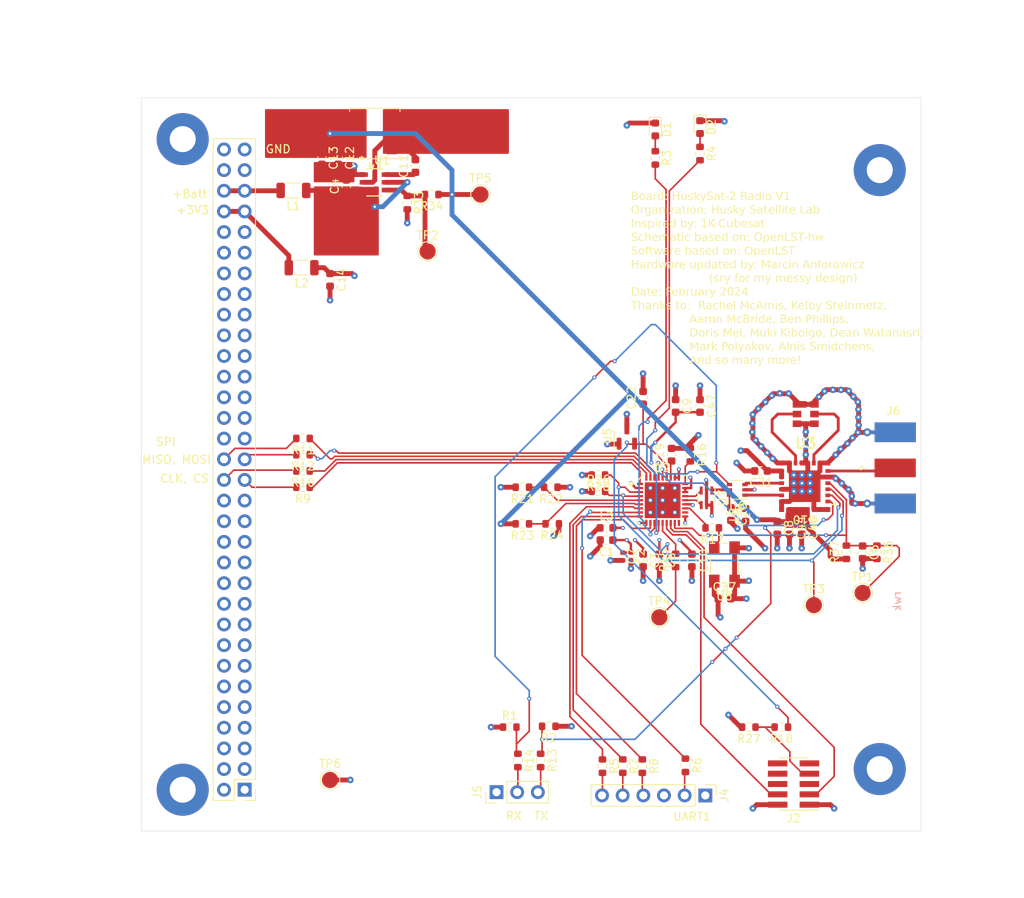
<source format=kicad_pcb>
(kicad_pcb (version 20221018) (generator pcbnew)
  (title_block (title "OpenLST") (date "2018-07-08") (rev "1"))
  (layers (0 "F.Cu" signal) (1 "In1.Cu" power) (2 "In2.Cu" power) (31 "B.Cu" signal) (34 "B.Paste" user) (35 "F.Paste" user) (36 "B.SilkS" user "B.Silkscreen") (37 "F.SilkS" user "F.Silkscreen") (38 "B.Mask" user) (39 "F.Mask" user) (44 "Edge.Cuts" user))
  (net 0 "")
  (net 1 "/3V3_FILT")
  (net 2 "GND")
  (net 3 "+3V3")
  (net 4 "/PA_VAPC")
  (net 5 "/PROG_DC")
  (net 6 "/PROG_DD")
  (net 7 "/~{LST_RESET}")
  (net 8 "/UART1_RTS")
  (net 9 "/UART1_RX")
  (net 10 "/UART1_TX")
  (net 11 "/UART1_CTS")
  (net 12 "/~{LST_RX_MODE}")
  (net 13 "/RF_EN")
  (net 14 "/AN0")
  (net 15 "/AN1")
  (net 16 "/RF_BYP")
  (net 17 "Net-(U1-EN)")
  (net 18 "+3V9")
  (net 19 "/LST_TX_MODE")
  (net 20 "Net-(U1-BST)")
  (net 21 "Net-(U1-SW)")
  (net 22 "Net-(U2-DCOUPL)")
  (net 23 "Net-(U2-RESET_N)")
  (net 24 "Net-(U6-VDD)")
  (net 25 "Net-(D1-A)")
  (net 26 "Net-(D2-A)")
  (net 32 "Net-(U2-P2_0)")
  (net 33 "Net-(J5-Pin_2)")
  (net 34 "Net-(J5-Pin_3)")
  (net 35 "Net-(J6-In)")
  (net 36 "Net-(U4-Pin_57)")
  (net 66 "/SPI_CS")
  (net 67 "/SPI_CLK")
  (net 68 "/SPI_MOSI")
  (net 69 "/SPI_MISO")
  (net 93 "+BATT")
  (net 96 "Net-(U2-P0_6)")
  (net 97 "Net-(U2-P0_7)")
  (net 98 "Net-(U2-P0_2)")
  (net 99 "Net-(U2-P0_3)")
  (net 100 "Net-(U2-P0_4)")
  (net 101 "Net-(U2-P0_5)")
  (net 102 "Net-(U2-P1_2)")
  (net 103 "Net-(U2-P1_3)")
  (net 104 "Net-(U2-P1_4)")
  (net 105 "Net-(U2-P1_5)")
  (net 106 "Net-(U2-RBIAS)")
  (net 107 "Net-(U2-XOSC-1)")
  (net 108 "Net-(U1-FB)")
  (net 111 "Net-(U2-RF_P)")
  (net 112 "Net-(U2-RF_N)")
  (net 113 "Net-(U10-SAW2)")
  (net 114 "Net-(U10-SAW1)")
  (net 115 "Net-(U10-TX)")
  (net 116 "Net-(U10-RX)")
  (net 117 "Net-(U6-RFC)")
  (net 118 "Net-(U8-OUT)")
  (footprint "openlst:TI_CC_QFN36" (layer "F.Cu") (at 142.9 66.6)
    (fp_text reference "U2")
    (fp_text value "CC1110")
  )
  (footprint "Capacitor_SMD:C_0603_1608Metric" (layer "F.Cu") (at 136 71.5 180)
    (fp_text reference "C1")
    (fp_text value "0.1u")
  )
  (footprint "Capacitor_SMD:C_0402_1005Metric" (layer "F.Cu") (at 139 73.5 -90)
    (fp_text reference "C2")
    (fp_text value "220p")
  )
  (footprint "Capacitor_SMD:C_0603_1608Metric" (layer "F.Cu") (at 140.5 74 -90)
    (fp_text reference "C3")
    (fp_text value "0.1u")
  )
  (footprint "Capacitor_SMD:C_0603_1608Metric" (layer "F.Cu") (at 104 28 90)
    (fp_text reference "C4")
    (fp_text value "22u")
  )
  (footprint "Capacitor_SMD:C_0603_1608Metric" (layer "F.Cu") (at 142.5 74 -90)
    (fp_text reference "C5")
    (fp_text value "0.1u")
  )
  (footprint "Capacitor_SMD:C_0603_1608Metric" (layer "F.Cu") (at 167.5 73 -90)
    (fp_text reference "C6")
    (fp_text value "0.1u")
  )
  (footprint "Capacitor_SMD:C_0402_1005Metric" (layer "F.Cu") (at 138 73.52 -90)
    (fp_text reference "C7")
    (fp_text value "220p")
  )
  (footprint "Capacitor_SMD:C_0603_1608Metric" (layer "F.Cu") (at 157 70 -90)
    (fp_text reference "C8")
    (fp_text value "0.1u")
  )
  (footprint "Capacitor_SMD:C_0603_1608Metric" (layer "F.Cu") (at 144.5 55 -90)
    (fp_text reference "C9")
    (fp_text value "1u")
  )
  (footprint "Capacitor_SMD:C_0603_1608Metric" (layer "F.Cu") (at 146.5 74 -90)
    (fp_text reference "C10")
    (fp_text value "0.1u")
  )
  (footprint "Capacitor_SMD:C_0603_1608Metric" (layer "F.Cu") (at 101 24.5 -90)
    (fp_text reference "C13")
    (fp_text value "22u")
  )
  (footprint "Capacitor_SMD:C_0603_1608Metric" (layer "F.Cu") (at 102 39.5 -90)
    (fp_text reference "C14")
    (fp_text value "22u")
  )
  (footprint "Capacitor_SMD:C_0603_1608Metric" (layer "F.Cu") (at 144 61 90)
    (fp_text reference "C19")
    (fp_text value "1n")
  )
  (footprint "Capacitor_SMD:C_0603_1608Metric" (layer "F.Cu") (at 140.5 54 90)
    (fp_text reference "C22")
    (fp_text value "1n")
  )
  (footprint "Capacitor_SMD:C_0603_1608Metric" (layer "F.Cu") (at 151.3 68.3 -90)
    (fp_text reference "C26")
    (fp_text value "0.1u")
  )
  (footprint "Capacitor_SMD:C_0603_1608Metric" (layer "F.Cu") (at 150.5 78.7)
    (fp_text reference "C27")
    (fp_text value "0.1u")
  )
  (footprint "Capacitor_SMD:C_0603_1608Metric" (layer "F.Cu") (at 155 63 180)
    (fp_text reference "C31")
    (fp_text value "0.1u")
  )
  (footprint "Capacitor_SMD:C_0603_1608Metric" (layer "F.Cu") (at 158.5 70 -90)
    (fp_text reference "C44")
    (fp_text value "1u")
  )
  (footprint "Capacitor_SMD:C_0603_1608Metric" (layer "F.Cu") (at 160 70 -90)
    (fp_text reference "C46")
    (fp_text value "1u")
  )
  (footprint "Capacitor_SMD:C_0603_1608Metric" (layer "F.Cu") (at 147.5 55 -90)
    (fp_text reference "C47")
    (fp_text value "1u")
  )
  (footprint "LED_SMD:LED_0603_1608Metric" (layer "F.Cu") (at 142 21 -90)
    (fp_text reference "D1")
    (fp_text value "LED")
  )
  (footprint "LED_SMD:LED_0603_1608Metric" (layer "F.Cu") (at 147.5 20.7125 -90)
    (fp_text reference "D2")
    (fp_text value "LED")
  )
  (footprint "Connector_PinHeader_1.27mm:PinHeader_2x05_P1.27mm_Vertical_SMD" (layer "F.Cu") (at 159 101.5 180)
    (fp_text reference "J2")
    (fp_text value "CC Prog/Debug")
  )
  (footprint "Connector_PinHeader_2.54mm:PinHeader_1x06_P2.54mm_Vertical" (layer "F.Cu") (at 148.15 102.9 -90)
    (fp_text reference "J4")
    (fp_text value "UART1")
  )
  (footprint "Connector_PinHeader_2.54mm:PinHeader_1x03_P2.54mm_Vertical" (layer "F.Cu") (at 122.475 102.5 90)
    (fp_text reference "J5")
    (fp_text value "Control Outputs")
  )
  (footprint "Connector_Coaxial:SMA_Molex_73251-1153_EdgeMount_Horizontal" (layer "F.Cu") (at 169.78 62.62 180)
    (fp_text reference "J6")
    (fp_text value "ANT")
  )
  (footprint "Inductor_SMD:L_1206_3216Metric" (layer "F.Cu") (at 98.5 38 180)
    (fp_text reference "L2")
    (fp_text value "Z=500 @ 100M")
  )
  (footprint "Inductor_SMD:L_0603_1608Metric" (layer "F.Cu") (at 136 70)
    (fp_text reference "L3")
    (fp_text value "Z=1k @ 100M")
  )
  (footprint "Inductor_SMD:L_0603_1608Metric" (layer "F.Cu") (at 153.1 68.4 90)
    (fp_text reference "L8")
    (fp_text value "Z=1k @ 100M")
  )
  (footprint "Resistor_SMD:R_0603_1608Metric" (layer "F.Cu") (at 124.1 94.5)
    (fp_text reference "R1")
    (fp_text value "1K")
  )
  (footprint "Resistor_SMD:R_0603_1608Metric" (layer "F.Cu") (at 128.9 94.4 180)
    (fp_text reference "R2")
    (fp_text value "1K")
  )
  (footprint "Resistor_SMD:R_0603_1608Metric" (layer "F.Cu") (at 142 24.5 -90)
    (fp_text reference "R3")
    (fp_text value "1K")
  )
  (footprint "Resistor_SMD:R_0603_1608Metric" (layer "F.Cu") (at 147.5 23.9625 -90)
    (fp_text reference "R4")
    (fp_text value "1K")
  )
  (footprint "Resistor_SMD:R_0603_1608Metric" (layer "F.Cu") (at 135.5 99.3 -90)
    (fp_text reference "R5")
    (fp_text value "100")
  )
  (footprint "Resistor_SMD:R_0603_1608Metric" (layer "F.Cu") (at 145.7 99.2 -90)
    (fp_text reference "R6")
    (fp_text value "100")
  )
  (footprint "Resistor_SMD:R_0603_1608Metric" (layer "F.Cu") (at 138 99.3 -90)
    (fp_text reference "R7")
    (fp_text value "100")
  )
  (footprint "Resistor_SMD:R_0603_1608Metric" (layer "F.Cu") (at 140.4 99.3 -90)
    (fp_text reference "R8")
    (fp_text value "100")
  )
  (footprint "Resistor_SMD:R_0603_1608Metric" (layer "F.Cu") (at 98.675 65 180)
    (fp_text reference "R9")
    (fp_text value "100")
  )
  (footprint "Resistor_SMD:R_0603_1608Metric" (layer "F.Cu") (at 98.675 63 180)
    (fp_text reference "R10")
    (fp_text value "100")
  )
  (footprint "Resistor_SMD:R_0603_1608Metric" (layer "F.Cu") (at 98.675 59 180)
    (fp_text reference "R11")
    (fp_text value "100")
  )
  (footprint "Resistor_SMD:R_0603_1608Metric" (layer "F.Cu") (at 98.675 61 180)
    (fp_text reference "R12")
    (fp_text value "100")
  )
  (footprint "Resistor_SMD:R_0603_1608Metric" (layer "F.Cu") (at 127.9 98.6 -90)
    (fp_text reference "R13")
    (fp_text value "100")
  )
  (footprint "Resistor_SMD:R_0603_1608Metric" (layer "F.Cu") (at 125.1 98.6 -90)
    (fp_text reference "R14")
    (fp_text value "100")
  )
  (footprint "Resistor_SMD:R_0603_1608Metric" (layer "F.Cu") (at 146.3 61 -90)
    (fp_text reference "R16")
    (fp_text value "56K")
  )
  (footprint "Resistor_SMD:R_0603_1608Metric" (layer "F.Cu") (at 149 70 180)
    (fp_text reference "R17")
    (fp_text value "100")
  )
  (footprint "Resistor_SMD:R_0603_1608Metric" (layer "F.Cu") (at 157.5 94.5 180)
    (fp_text reference "R18")
    (fp_text value "1K")
  )
  (footprint "Resistor_SMD:R_0603_1608Metric" (layer "F.Cu") (at 125.65 65 180)
    (fp_text reference "R21")
    (fp_text value "33K")
  )
  (footprint "Resistor_SMD:R_0603_1608Metric" (layer "F.Cu") (at 129.15 65 180)
    (fp_text reference "R22")
    (fp_text value "10K")
  )
  (footprint "Resistor_SMD:R_0603_1608Metric" (layer "F.Cu") (at 125.65 69.5 180)
    (fp_text reference "R23")
    (fp_text value "33K")
  )
  (footprint "Resistor_SMD:R_0603_1608Metric" (layer "F.Cu") (at 129.325 69.5 180)
    (fp_text reference "R24")
    (fp_text value "10K")
  )
  (footprint "Resistor_SMD:R_0603_1608Metric" (layer "F.Cu") (at 135 65.5)
    (fp_text reference "R26")
    (fp_text value "1K")
  )
  (footprint "Resistor_SMD:R_0603_1608Metric" (layer "F.Cu") (at 153.5 94.5 180)
    (fp_text reference "R27")
    (fp_text value "33K")
  )
  (footprint "Resistor_SMD:R_0603_1608Metric" (layer "F.Cu") (at 135 63.5 180)
    (fp_text reference "R28")
    (fp_text value "1K")
  )
  (footprint "Resistor_SMD:R_0603_1608Metric" (layer "F.Cu") (at 169.25 73 -90)
    (fp_text reference "R36")
    (fp_text value "5K9")
  )
  (footprint "Resistor_SMD:R_0603_1608Metric" (layer "F.Cu") (at 165.5 73 90)
    (fp_text reference "R37")
    (fp_text value "3K3")
  )
  (footprint "openlst:SF2446E" (layer "F.Cu") (at 160.5 56)
    (fp_text reference "U3")
    (fp_text value "SF2446E" hide)
  )
  (footprint "Package_TO_SOT_SMD:SOT-23" (layer "F.Cu") (at 138.5 58.7 90)
    (fp_text reference "U5")
    (fp_text value "TLV803S")
  )
  (footprint "Package_TO_SOT_SMD:SOT-363_SC-70-6" (layer "F.Cu") (at 152.07 65.32 180)
    (fp_text reference "U6")
    (fp_text value "PE4259")
  )
  (footprint "Resistor_SMD:R_0603_1608Metric" (layer "F.Cu") (at 144.5 74 90)
    (fp_text reference "R15")
    (fp_text value "DNI")
  )
  (footprint "Capacitor_SMD:C_0603_1608Metric" (layer "F.Cu") (at 112.5 25.5 90)
    (fp_text reference "C11")
    (fp_text value "220n")
  )
  (footprint "openlst:TSOT26-WU_DIO" (layer "F.Cu") (at 107.5 27.5)
    (fp_text reference "U1")
    (fp_text value "AP62300TWU-7")
  )
  (footprint "TestPoint:TestPoint_Pad_D2.0mm" (layer "F.Cu") (at 102 101)
    (fp_text reference "TP6")
    (fp_text value "GND")
  )
  (footprint "Resistor_SMD:R_0603_1608Metric" (layer "F.Cu") (at 111.5 30 -90)
    (fp_text reference "R33")
    (fp_text value "10K")
  )
  (footprint "TestPoint:TestPoint_Pad_D2.0mm" (layer "F.Cu") (at 167.5 78)
    (fp_text reference "TP1")
    (fp_text value "PA_VAPC")
  )
  (footprint "Inductor_SMD:L_TDK_VLS6045EX_VLS6045AF" (layer "F.Cu") (at 107.5 21.5 180)
    (fp_text reference "L4")
    (fp_text value "3.3uH")
  )
  (footprint "Resistor_SMD:R_0603_1608Metric" (layer "F.Cu") (at 114.5 29 180)
    (fp_text reference "R34")
    (fp_text value "41K2")
  )
  (footprint "openlst:PCI104" (layer "F.Cu") (at 78.8 17.11 180)
    (fp_text reference "U4" hide)
    (fp_text value "PCI-104")
    (fp_rect (start 0 0) (end -95.885 -90.17) (stroke (width 0.05)) (fill none) (layer "Edge.Cuts"))
  )
  (footprint "Inductor_SMD:L_1206_3216Metric" (layer "F.Cu") (at 97.5 28.5 180)
    (fp_text reference "L1")
    (fp_text value "Z=500 @ 100M")
  )
  (footprint "RF_Converter:Balun_Johanson_0896BM15A0001" (layer "F.Cu") (at 148.3 66.3 -90)
    (fp_text reference "U7")
    (fp_text value "0433BM15A0001")
  )
  (footprint "TestPoint:TestPoint_Pad_D2.0mm" (layer "F.Cu") (at 120.5 29)
    (fp_text reference "TP5")
    (fp_text value "3V9")
  )
  (footprint "TestPoint:TestPoint_Pad_D2.0mm" (layer "F.Cu") (at 142.5 81)
    (fp_text reference "TP4")
    (fp_text value "RF_EN")
  )
  (footprint "openlst:SKY65366-21" (layer "F.Cu") (at 160.375001 64.875 180)
    (fp_text reference "U10")
    (fp_text value "SKY65366-21")
  )
  (footprint "TestPoint:TestPoint_Pad_D2.0mm" (layer "F.Cu") (at 114 36)
    (fp_text reference "TP2")
    (fp_text value "FB")
  )
  (footprint "Oscillator:Oscillator_SMD_Fox_FT5H_5.0x3.2mm" (layer "F.Cu") (at 150.5 74.5 180)
    (fp_text reference "U8")
    (fp_text value "FT5HN 27MHz")
  )
  (footprint "Capacitor_SMD:C_0603_1608Metric" (layer "F.Cu") (at 103 24.5 -90)
    (fp_text reference "C12")
    (fp_text value "22u")
  )
  (footprint "TestPoint:TestPoint_Pad_D2.0mm" (layer "F.Cu") (at 161.5 79.5)
    (fp_text reference "TP3")
    (fp_text value "RF_BYP")
  )
  (gr_text "rwk" (at 171.75 79 90) (layer "B.SilkS") (effects (font (size 1 1)) (justify mirror)))
  (gr_text "Board: HuskySat-2 Radio V1\nOrganization: Husky Satellite Lab\nInspired by: 1K-Cubesat\nSchematic based on: OpenLST-hw\nSoftware based on: OpenLST\nHardware updated by: Marcin Anforowicz\n				(sry for my messy design)\nDate: February 2024\nThanks to:  Rachel McAmis, Kelby Steinmetz,\n			Aaron McBride, Ben Phillips,\n			Doris Mei, Muki Kiboigo, Dean Watanasri,\n			Mark Polyakov, Alnis Smidchens,\n			And so many more!" (at 139 50) (layer "F.SilkS") (effects (font (size 1 1) (thickness 0.125)) (justify left bottom)))
  (gr_text "GND" (at 94 24) (layer "F.SilkS") (effects (font (size 1 1)) (justify left bottom)))
  (gr_text "+3V3\n" (at 83 31.5) (layer "F.SilkS") (effects (font (size 1 1)) (justify left bottom)))
  (gr_text "SPI" (at 80.5 60) (layer "F.SilkS") (effects (font (size 1 1)) (justify left bottom)))
  (gr_text "CLK, CS" (at 81 64.5) (layer "F.SilkS") (effects (font (size 1 1)) (justify left bottom)))
  (gr_text "RX" (at 123.5 106) (layer "F.SilkS") (effects (font (size 1 1)) (justify left bottom)))
  (gr_text "UART1" (at 146.5 105.5) (layer "F.SilkS") (effects (font (size 1 1))))
  (gr_text "TX" (at 127 106) (layer "F.SilkS") (effects (font (size 1 1)) (justify left bottom)))
  (gr_text "MISO, MOSI" (at 78.8 62.195) (layer "F.SilkS") (effects (font (size 1 1)) (justify left bottom)))
  (gr_text "+Batt" (at 82.5 29.5) (layer "F.SilkS") (effects (font (size 1 1)) (justify left bottom)))
  (segment (start 144.9 63.82) (end 144.9 62.8) (width 0.3) (layer "F.Cu") (net 1))
  (segment (start 138 73.04) (end 138.98 73.04) (width 0.3) (layer "F.Cu") (net 1))
  (segment (start 146.5 73) (end 145 71.5) (width 0.3) (layer "F.Cu") (net 1))
  (segment (start 145.7 69.4) (end 145.68 69.38) (width 0.3) (layer "F.Cu") (net 1))
  (segment (start 146.5 73.225) (end 146.5 73) (width 0.3) (layer "F.Cu") (net 1))
  (segment (start 145.68 65.1) (end 146.395 65.1) (width 0.3) (layer "F.Cu") (net 1))
  (segment (start 140.11 65.09) (end 140.12 65.1) (width 0.3) (layer "F.Cu") (net 1))
  (segment (start 139.59 65.09) (end 140.11 65.09) (width 0.3) (layer "F.Cu") (net 1))
  (segment (start 142.5 73.225) (end 142.5 71.5) (width 0.3) (layer "F.Cu") (net 1))
  (segment (start 146.5 67.1) (end 146.6 67.2) (width 0.3) (layer "F.Cu") (net 1))
  (segment (start 145.68 69.38) (end 145.68 68.6) (width 0.3) (layer "F.Cu") (net 1))
  (segment (start 144.5 57) (end 142 59.5) (width 0.3) (layer "F.Cu") (net 1))
  (segment (start 144.4 63.82) (end 144.9 63.82) (width 0.3) (layer "F.Cu") (net 1))
  (segment (start 146.405 63.905) (end 146.3 63.8) (width 0.3) (layer "F.Cu") (net 1))
  (segment (start 140.5 73.225) (end 140.5 72.5) (width 0.3) (layer "F.Cu") (net 1))
  (segment (start 138.98 73.04) (end 139 73.02) (width 0.3) (layer "F.Cu") (net 1))
  (segment (start 144.5 55.775) (end 147.5 55.775) (width 0.3) (layer "F.Cu") (net 1))
  (segment (start 145.68 65.6) (end 145.68 65.1) (width 0.3) (layer "F.Cu") (net 1))
  (segment (start 140.5 72.5) (end 139.5 71.5) (width 0.3) (layer "F.Cu") (net 1))
  (segment (start 139 72) (end 138.5 71.5) (width 0.3) (layer "F.Cu") (net 1))
  (segment (start 139 64.5) (end 139.59 65.09) (width 0.3) (layer "F.Cu") (net 1))
  (segment (start 139 73.02) (end 139 72) (width 0.3) (layer "F.Cu") (net 1))
  (segment (start 136.775 71.5) (end 138.5 71.5) (width 0.3) (layer "F.Cu") (net 1))
  (segment (start 146.405 65.09) (end 146.405 63.905) (width 0.3) (layer "F.Cu") (net 1))
  (segment (start 145.68 67.1) (end 146.5 67.1) (width 0.3) (layer "F.Cu") (net 1))
  (segment (start 140.9 69.38) (end 140.02 69.38) (width 0.3) (layer "F.Cu") (net 1))
  (segment (start 140.02 69.38) (end 140 69.4) (width 0.3) (layer "F.Cu") (net 1))
  (segment (start 136.7875 70) (end 138 70) (width 0.3) (layer "F.Cu") (net 1))
  (segment (start 144.5 55.775) (end 144.5 57) (width 0.3) (layer "F.Cu") (net 1))
  (segment (start 146.395 65.1) (end 146.405 65.09) (width 0.3) (layer "F.Cu") (net 1))
  (via (at 146.3 63.8) (size 0.5) (drill 0.25) (layers "F.Cu" "B.Cu") (net 1))
  (via (at 138 70) (size 0.5) (drill 0.25) (layers "F.Cu" "B.Cu") (net 1))
  (via (at 144.9 62.8) (size 0.5) (drill 0.25) (layers "F.Cu" "B.Cu") (net 1))
  (via (at 142 59.5) (size 0.5) (drill 0.25) (layers "F.Cu" "B.Cu") (net 1))
  (via (at 145.7 69.4) (size 0.5) (drill 0.25) (layers "F.Cu" "B.Cu") (net 1))
  (via (at 145 71.5) (size 0.5) (drill 0.25) (layers "F.Cu" "B.Cu") (net 1))
  (via (at 139 64.5) (size 0.5) (drill 0.25) (layers "F.Cu" "B.Cu") (net 1))
  (via (at 142.5 71.5) (size 0.5) (drill 0.25) (layers "F.Cu" "B.Cu") (net 1))
  (via (at 140 69.4) (size 0.5) (drill 0.25) (layers "F.Cu" "B.Cu") (net 1))
  (via (at 146.6 67.2) (size 0.5) (drill 0.25) (layers "F.Cu" "B.Cu") (net 1))
  (via (at 138.5 71.5) (size 0.5) (drill 0.25) (layers "F.Cu" "B.Cu") (net 1))
  (via (at 139.5 71.5) (size 0.5) (drill 0.25) (layers "F.Cu" "B.Cu") (net 1))
  (via (at 141.518899 61.981101) (size 0.5) (drill 0.25) (layers "F.Cu" "B.Cu") (net 1))
  (segment (start 141.5 60) (end 141.5 62) (width 0.3) (layer "B.Cu") (net 1))
  (segment (start 142 59.5) (end 141.5 60) (width 0.3) (layer "B.Cu") (net 1))
  (segment (start 141.5 62) (end 141.518899 61.981101) (width 0.3) (layer "B.Cu") (net 1))
  (segment (start 158.500001 62.012992) (end 158.500001 63) (width 0.6) (layer "F.Cu") (net 2))
  (segment (start 148.3 64.15) (end 148.25 64.1) (width 0.4) (layer "F.Cu") (net 2))
  (segment (start 166.2 67) (end 168.06 67) (width 0.6) (layer "F.Cu") (net 2))
  (segment (start 167 58.234202) (end 163.220207 62.013995) (width 0.6) (layer "F.Cu") (net 2))
  (segment (start 161.5 63.750001) (end 160.375001 64.875) (width 0.6) (layer "F.Cu") (net 2))
  (segment (start 162.250001 63) (end 160.375001 64.875) (width 0.6) (layer "F.Cu") (net 2))
  (segment (start 146.3 59.6) (end 147.3 58.6) (width 0.6) (layer "F.Cu") (net 2))
  (segment (start 163.220195 63.750001) (end 164.124995 63.750001) (width 0.6) (layer "F.Cu") (net 2))
  (segment (start 157.529807 65.250001) (end 160 65.250001) (width 0.6) (layer "F.Cu") (net 2))
  (segment (start 159.75 54.81) (end 158.44 53.5) (width 0.6) (layer "F.Cu") (net 2))
  (segment (start 150.425 19.925) (end 150.5 20) (width 0.6) (layer "F.Cu") (net 2))
  (segment (start 104.175001 26.549999) (end 105 26.549999) (width 0.6) (layer "F.Cu") (net 2))
  (segment (start 165.5 53) (end 167 54.5) (width 0.6) (layer "F.Cu") (net 2))
  (segment (start 160 65.250001) (end 160.375001 64.875) (width 0.6) (layer "F.Cu") (net 2))
  (segment (start 130.15 70.35) (end 129.5 71) (width 0.6) (layer "F.Cu") (net 2))
  (segment (start 135.225 72.275) (end 134 73.5) (width 0.6) (layer "F.Cu") (net 2))
  (segment (start 137.55 59.7) (end 136.1 59.7) (width 0.6) (layer "F.Cu") (net 2))
  (segment (start 102 101) (end 104.5 101) (width 0.6) (layer "F.Cu") (net 2))
  (segment (start 159.75 54.81) (end 161.575 54.81) (width 0.6) (layer "F.Cu") (net 2))
  (segment (start 151.275 78.7) (end 153.2 78.7) (width 0.6) (layer "F.Cu") (net 2))
  (segment (start 105 26.549999) (end 105 25.5) (width 0.6) (layer "F.Cu") (net 2))
  (segment (start 167 54.5) (end 167 58.234202) (width 0.6) (layer "F.Cu") (net 2))
  (segment (start 164.124995 63.750001) (end 166.16 65.785006) (width 0.6) (layer "F.Cu") (net 2))
  (segment (start 167.5 73.775) (end 169.2 73.775) (width 0.6) (layer "F.Cu") (net 2))
  (segment (start 129.725 94.4) (end 131.7 94.4) (width 0.6) (layer "F.Cu") (net 2))
  (segment (start 147.5 19.925) (end 150.425 19.925) (width 0.6) (layer "F.Cu") (net 2))
  (segment (start 148.3 65.4) (end 148.3 64.15) (width 0.4) (layer "F.Cu") (net 2))
  (segment (start 129.975 65) (end 131.5 65) (width 0.6) (layer "F.Cu") (net 2))
  (segment (start 163.220195 63.750001) (end 161.5 63.750001) (width 0.6) (layer "F.Cu") (net 2))
  (segment (start 157.529807 66.75) (end 158.500001 66.75) (width 0.6) (layer "F.Cu") (net 2))
  (segment (start 148.95 67.2) (end 148.95 68.5) (width 0.4) (layer "F.Cu") (net 2))
  (segment (start 148.3 65.4) (end 148.3 67.2) (width 0.4) (layer "F.Cu") (net 2))
  (segment (start 140.5 52.975) (end 140.5 51.025) (width 0.6) (layer "F.Cu") (net 2))
  (segment (start 145.675 60.225) (end 147.3 58.6) (width 0.6) (layer "F.Cu") (net 2))
  (segment (start 157 70.775) (end 157 72.5) (width 0.6) (layer "F.Cu") (net 2))
  (segment (start 144 60.225) (end 145.675 60.225) (width 0.6) (layer "F.Cu") (net 2))
  (segment (start 111.5 30.825) (end 111.5 32.5) (width 0.6) (layer "F.Cu") (net 2))
  (segment (start 142.5 74.775) (end 142.5 76.5) (width 0.6) (layer "F.Cu") (net 2))
  (segment (start 166.16 65.785006) (end 166.16 66.96) (width 0.6) (layer "F.Cu") (net 2))
  (segment (start 138 74) (end 136.5 74) (width 0.6) (layer "F.Cu") (net 2))
  (segment (start 168.04 58.26) (end 168.06 58.24) (width 0.6) (layer "F.Cu") (net 2))
  (segment (start 153.02 65.32) (end 154.16 65.32) (width 0.4) (layer "F.Cu") (net 2))
  (segment (start 146.3 60.175) (end 146.3 59.6) (width 0.6) (layer "F.Cu") (net 2))
  (segment (start 153 63) (end 152 62) (width 0.6) (layer "F.Cu") (net 2))
  (segment (start 151.75 76.55) (end 151.75 78.225) (width 0.6) (layer "F.Cu") (net 2))
  (segment (start 139 73.98) (end 139 75) (width 0.6) (layer "F.Cu") (net 2))
  (segment (start 151.3 69.3) (end 152.1 70.1) (width 0.6) (layer "F.Cu") (net 2))
  (segment (start 167.5 73.775) (end 167.5 75) (width 0.6) (layer "F.Cu") (net 2))
  (segment (start 162.251004 62.013995) (end 162.250001 62.012992) (width 0.6) (layer "F.Cu") (net 2))
  (segment (start 158.44 53.5) (end 156.5 53.5) (width 0.6) (layer "F.Cu") (net 2))
  (segment (start 138.7875 20.2125) (end 138.5 20.5) (width 0.6) (layer "F.Cu") (net 2))
  (segment (start 144.5 54.225) (end 144.5 52.5) (width 0.6) (layer "F.Cu") (net 2))
  (segment (start 105 26.549999) (end 106.14745 26.549999) (width 0.6) (layer "F.Cu") (net 2))
  (segment (start 147.4 102.36) (end 147.44 102.4) (width 0.2) (layer "F.Cu") (net 2))
  (segment (start 160.5 57.19) (end 160.5 62.012992) (width 0.6) (layer "F.Cu") (net 2))
  (segment (start 157.529795 66.750012) (end 157.529807 66.75) (width 0.6) (layer "F.Cu") (net 2))
  (segment (start 157.529795 62.013995) (end 158.498998 62.013995) (width 0.6) (layer "F.Cu") (net 2))
  (segment (start 160.750002 64.499999) (end 160.375001 64.875) (width 0.6) (layer "F.Cu") (net 2))
  (segment (start 151.3 69.075) (end 151.3 69.3) (width 0.6) (layer "F.Cu") (net 2))
  (segment (start 151.75 76.55) (end 153.45 76.55) (width 0.6) (layer "F.Cu") (net 2))
  (segment (start 158.500001 63) (end 160.375001 64.875) (width 0.6) (layer "F.Cu") (net 2))
  (segment (start 148.3 67.2) (end 148.95 67.2) (width 0.4) (layer "F.Cu") (net 2))
  (segment (start 163.220194 67.737008) (end 163.220207 67.737021) (width 0.6) (layer "F.Cu") (net 2))
  (segment (start 162.250001 62.012992) (end 162.250001 63) (width 0.6) (layer "F.Cu") (net 2))
  (segment (start 151.75 72.45) (end 153.45 72.45) (width 0.6) (layer "F.Cu") (net 2))
  (segment (start 154.16 65.32) (end 154.2 65.28) (width 0.4) (layer "F.Cu") (net 2))
  (segment (start 160 62.012992) (end 160.5 62.012992) (width 0.6) (layer "F.Cu") (net 2))
  (segment (start 130.15 69.5) (end 130.15 70.35) (width 0.6) (layer "F.Cu") (net 2))
  (segment (start 153.45 76.55) (end 153.5 76.5) (width 0.6) (layer "F.Cu") (net 2))
  (segment (start 161.5 65.999999) (end 160.375001 64.875) (width 0.6) (layer "F.Cu") (net 2))
  (segment (start 157.013995 62.013995) (end 157.529795 62.013995) (width 0.6) (layer "F.Cu") (net 2))
  (segment (start 160.5 57.19) (end 159.425 57.19) (width 0.6) (layer "F.Cu") (net 2))
  (segment (start 151.75 72.45) (end 151.75 76.55) (width 0.6) (layer "F.Cu") (net 2))
  (segment (start 160.750002 62.012992) (end 160.750002 64.499999) (width 0.6) (layer "F.Cu") (net 2))
  (segment (start 142 20.2125) (end 138.7875 20.2125) (width 0.6) (layer "F.Cu") (net 2))
  (segment (start 158.500001 66.75) (end 160.375001 64.875) (width 0.6) (layer "F.Cu") (net 2))
  (segment (start 154.225 63) (end 153 63) (width 0.6) (layer "F.Cu") (net 2))
  (segment (start 161.575 54.81) (end 161.575 54.425) (width 0.6) (layer "F.Cu") (net 2))
  (segment (start 153.45 72.45) (end 153.5 72.5) (width 0.6) (layer "F.Cu") (net 2))
  (segment (start 154 59) (end 157.013995 62.013995) (width 0.6) (layer "F.Cu") (net 2))
  (segment (start 166.92 58.26) (end 168.04 58.26) (width 0.6) (layer "F.Cu") (net 2))
  (segment (start 156.5 53.5) (end 154 56) (width 0.6) (layer "F.Cu") (net 2))
  (segment (start 169.2 73.775) (end 169.25 73.825) (width 0.6) (layer "F.Cu") (net 2))
  (segment (start 102 40.275) (end 102 42) (width 0.6) (layer "F.Cu") (net 2))
  (segment (start 146.5 74.775) (end 146.5 76.5) (width 0.6) (layer "F.Cu") (net 2))
  (segment (start 161.5 67.737008) (end 161.5 65.999999) (width 0.6) (layer "F.Cu") (net 2))
  (segment (start 140.5 74.775) (end 140.5 76.5) (width 0.6) (layer "F.Cu") (net 2))
  (segment (start 163 53) (end 165.5 53) (width 0.6) (layer "F.Cu") (net 2))
  (segment (start 135.225 71.5) (end 135.225 72.275) (width 0.6) (layer "F.Cu") (net 2))
  (segment (start 157.529795 67.737021) (end 157.529795 66.750012) (width 0.6) (layer "F.Cu") (net 2))
  (segment (start 151.75 78.225) (end 151.275 78.7) (width 0.6) (layer "F.Cu") (net 2))
  (segment (start 163.54 104.04) (end 164 104.5) (width 0.6) (layer "F.Cu") (net 2))
  (segment (start 147.5 54.225) (end 147.5 52.5) (width 0.6) (layer "F.Cu") (net 2))
  (segment (start 104 26.725) (end 104.175001 26.549999) (width 0.6) (layer "F.Cu") (net 2))
  (segment (start 163.220207 67.737021) (end 162.250014 67.737021) (width 0.6) (layer "F.Cu") (net 2))
  (segment (start 103 25.275) (end 103 25.374998) (width 0.6) (layer "F.Cu") (net 2))
  (segment (start 154 56) (end 154 59) (width 0.6) (layer "F.Cu") (net 2))
  (segment (start 162.250014 67.737021) (end 162.250001 67.737008) (width 0.6) (layer "F.Cu") (net 2))
  (segment (start 158.498998 62.013995) (end 158.500001 62.012992) (width 0.6) (layer "F.Cu") (net 2))
  (segment (start 134.175 63.5) (end 133 63.5) (width 0.6) (layer "F.Cu") (net 2))
  (segment (start 161.575 54.425) (end 163 53) (width 0.6) (layer "F.Cu") (net 2))
  (segment (start 160.95 104.04) (end 163.54 104.04) (width 0.6) (layer "F.Cu") (net 2))
  (segment (start 162.250001 67.737008) (end 161.5 67.737008) (width 0.6) (layer "F.Cu") (net 2))
  (segment (start 160 64.499999) (end 160.375001 64.875) (width 0.6) (layer "F.Cu") (net 2))
  (segment (start 166.16 66.96) (end 166.2 67) (width 0.6) (layer "F.Cu") (net 2))
  (segment (start 160.5 62.012992) (end 160.750002 62.012992) (width 0.6) (layer "F.Cu") (net 2))
  (segment (start 158.5 70.775) (end 158.5 72.5) (width 0.6) (layer "F.Cu") (net 2))
  (segment (start 163.220207 62.013995) (end 162.251004 62.013995) (width 0.6) (layer "F.Cu") (net 2))
  (segment (start 161.575 57.19) (end 160.5 57.19) (width 0.6) (layer "F.Cu") (net 2))
  (segment (start 160 70.775) (end 160 72.5) (width 0.6) (layer "F.Cu") (net 2))
  (via (at 164.8 60.3) (size 0.8) (drill 0.3) (layers "F.Cu" "B.Cu") (net 2))
  (via (at 153.5 76.5) (size 0.8) (drill 0.3) (layers "F.Cu" "B.Cu") (net 2))
  (via (at 157 72.5) (size 0.8) (drill 0.3) (layers "F.Cu" "B.Cu") (net 2))
  (via (at 166.36 53.85) (size 0.8) (drill 0.3) (layers "F.Cu" "B.Cu") (net 2))
  (via (at 158.5 72.5) (size 0.8) (drill 0.3) (layers "F.Cu" "B.Cu") (net 2))
  (via (at 133 63.5) (size 0.8) (drill 0.3) (layers "F.Cu" "B.Cu") (net 2))
  (via (at 154.2 65.28) (size 0.5) (drill 0.25) (layers "F.Cu" "B.Cu") (net 2))
  (via (at 160.029807 65.5) (size 0.8) (drill 0.3) (layers "F.Cu" "B.Cu") (net 2))
  (via (at 160.029807 64.5) (size 0.8) (drill 0.3) (layers "F.Cu" "B.Cu") (net 2))
  (via (at 150.5 20) (size 0.8) (drill 0.3) (layers "F.Cu" "B.Cu") (net 2))
  (via (at 164.19 63.93) (size 0.8) (drill 0.3) (layers "F.Cu" "B.Cu") (net 2))
  (via (at 159.029807 63.5) (size 0.8) (drill 0.3) (layers "F.Cu" "B.Cu") (net 2))
  (via (at 166.91 54.5) (size 0.8) (drill 0.3) (layers "F.Cu" "B.Cu") (net 2))
  (via (at 161.029807 63.5) (size 0.8) (drill 0.3) (layers "F.Cu" "B.Cu") (net 2))
  (via (at 147.3 58.6) (size 0.8) (drill 0.3) (layers "F.Cu" "B.Cu") (net 2))
  (via (at 164.84 53.03) (size 0.8) (drill 0.3) (layers "F.Cu" "B.Cu") (net 2))
  (via (at 148.95 68.5) (size 0.5) (drill 0.25) (layers "F.Cu" "B.Cu") (net 2))
  (via (at 154.35 59.23) (size 0.8) (drill 0.3) (layers "F.Cu" "B.Cu") (net 2))
  (via (at 164.18 61.01) (size 0.8) (drill 0.3) (layers "F.Cu" "B.Cu") (net 2))
  (via (at 146.5 76.5) (size 0.8) (drill 0.3) (layers "F.Cu" "B.Cu") (net 2))
  (via (at 161.029807 65.5) (size 0.8) (drill 0.3) (layers "F.Cu" "B.Cu") (net 2))
  (via (at 166.58 67) (size 0.8) (drill 0.3) (layers "F.Cu" "B.Cu") (net 2))
  (via (at 160.5 58.2) (size 0.8) (drill 0.3) (layers "F.Cu" "B.Cu") (net 2))
  (via (at 158.41 53.47) (size 0.8) (drill 0.3) (layers "F.Cu" "B.Cu") (net 2))
  (via (at 162.13 53.88) (size 0.8) (drill 0.3) (layers "F.Cu" "B.Cu") (net 2))
  (via (at 159.029807 64.5) (size 0.8) (drill 0.3) (layers "F.Cu" "B.Cu") (net 2))
  (via (at 131.5 65) (size 0.8) (drill 0.3) (layers "F.Cu" "B.Cu") (net 2))
  (via (at 154.67 55.33) (size 0.8) (drill 0.3) (layers "F.Cu" "B.Cu") (net 2))
  (via (at 136.5 74) (size 0.8) (drill 0.3) (layers "F.Cu" "B.Cu") (net 2))
  (via (at 167.01 57.37) (size 0.8) (drill 0.3) (layers "F.Cu" "B.Cu") (net 2))
  (via (at 167.5 75) (size 0.8) (drill 0.3) (layers "F.Cu" "B.Cu") (net 2))
  (via (at 153.2 78.7) (size 0.8) (drill 0.3) (layers "F.Cu" "B.Cu") (net 2))
  (via (at 142.5 76.5) (size 0.8) (drill 0.3) (layers "F.Cu" "B.Cu") (net 2))
  (via (at 153.94 57.13) (size 0.8) (drill 0.3) (layers "F.Cu" "B.Cu") (net 2))
  (via (at 157.31 53.45) (size 0.8) (drill 0.3) (layers "F.Cu" "B.Cu") (net 2))
  (via (at 104.5 101) (size 0.8) (drill 0.3) (layers "F.Cu" "B.Cu") (net 2))
  (via (at 153.99 56.06) (size 0.8) (drill 0.3) (layers "F.Cu" "B.Cu") (net 2))
  (via (at 166.98 55.42) (size 0.8) (drill 0.3) (layers "F.Cu" "B.Cu") (net 2))
  (via (at 166.98 56.4) (size 0.8) (drill 0.3) (layers "F.Cu" "B.Cu") (net 2))
  (via (at 138.5 20.5) (size 0.8) (drill 0.3) (layers "F.Cu" "B.Cu") (net 2))
  (via (at 139 75) (size 0.8) (drill 0.3) (layers "F.Cu" "B.Cu") (net 2))
  (via (at 156.33 53.74) (size 0.8) (drill 0.3) (layers "F.Cu" "B.Cu") (net 2))
  (via (at 166.17 66.09) (size 0.8) (drill 0.3) (layers "F.Cu" "B.Cu") (net 2))
  (via (at 160 72.5) (size 0.8) (drill 0.3) (layers "F.Cu" "B.Cu") (net 2))
  (via (at 166.26 58.94) (size 0.8) (drill 0.3) (layers "F.Cu" "B.Cu") (net 2))
  (via (at 155.54 54.52) (size 0.8) (drill 0.3) (layers "F.Cu" "B.Cu") (net 2))
  (via (at 162.81 53.2) (size 0.8) (drill 0.3) (layers "F.Cu" "B.Cu") (net 2))
  (via (at 165.62 59.63) (size 0.8) (drill 0.3) (layers "F.Cu" "B.Cu") (net 2))
  (via (at 134 73.5) (size 0.8) (drill 0.3) (layers "F.Cu" "B.Cu") (net 2))
  (via (at 153.92 58.21) (size 0.8) (drill 0.3) (layers "F.Cu" "B.Cu") (net 2))
  (via (at 161.029807 64.5) (size 0.8) (drill 0.3) (layers "F.Cu" "B.Cu") (net 2))
  (via (at 147.5 52.5) (size 0.8) (drill 0.3) (layers "F.Cu" "B.Cu") (net 2))
  (via (at 105 25.5) (size 0.8) (drill 0.3) (layers "F.Cu" "B.Cu") (net 2))
  (via (at 164 104.5) (size 0.8) (drill 0.3) (layers "F.Cu" "B.Cu") (net 2))
  (via (at 111.5 32.5) (size 0.8) (drill 0.3) (layers "F.Cu" "B.Cu") (net 2))
  (via (at 140.5 76.5) (size 0.8) (drill 0.3) (layers "F.Cu" "B.Cu") (net 2))
  (via (at 164.933377 64.526257) (size 0.8) (drill 0.3) (layers "F.Cu" "B.Cu") (net 2))
  (via (at 140.5 51.025) (size 0.8) (drill 0.3) (layers "F.Cu" "B.Cu") (net 2))
  (via (at 152 62) (size 0.8) (drill 0.3) (layers "F.Cu" "B.Cu") (net 2))
  (via (at 155.01 59.96) (size 0.8) (drill 0.3) (layers "F.Cu" "B.Cu") (net 2))
  (via (at 153.5 72.5) (size 0.8) (drill 0.3) (layers "F.Cu" "B.Cu") (net 2))
  (via (at 163.85 53.02) (size 0.8) (drill 0.3) (layers "F.Cu" "B.Cu") (net 2))
  (via (at 165.79 53.15) (size 0.8) (drill 0.3) (layers "F.Cu" "B.Cu") (net 2))
  (via (at 160.5 60) (size 0.8) (drill 0.3) (layers "F.Cu" "B.Cu") (net 2))
  (via (at 144.5 52.5) (size 0.8) (drill 0.3) (layers "F.Cu" "B.Cu") (net 2))
  (via (at 166.92 58.26) (size 0.8) (drill 0.3) (layers "F.Cu" "B.Cu") (net 2))
  (via (at 152.1 70.1) (size 0.8) (drill 0.3) (layers "F.Cu" "B.Cu") (net 2))
  (via (at 131.7 94.4) (size 0.8) (drill 0.3) (layers "F.Cu" "B.Cu") (net 2))
  (via (at 160.5 61) (size 0.8) (drill 0.3) (layers "F.Cu" "B.Cu") (net 2))
  (via (at 136.1 59.7) (size 0.8) (drill 0.3) (layers "F.Cu" "B.Cu") (net 2))
  (via (at 129.5 71) (size 0.8) (drill 0.3) (layers "F.Cu" "B.Cu") (net 2))
  (via (at 156.44 61.48) (size 0.8) (drill 0.3) (layers "F.Cu" "B.Cu") (net 2))
  (via (at 160.029807 63.5) (size 0.8) (drill 0.3) (layers "F.Cu" "B.Cu") (net 2))
  (via (at 159.029807 65.5) (size 0.8) (drill 0.3) (layers "F.Cu" "B.Cu") (net 2))
  (via (at 165.76 65.26) (size 0.8) (drill 0.3) (layers "F.Cu" "B.Cu") (net 2))
  (via (at 160.5 59.1) (size 0.8) (drill 0.3) (layers "F.Cu" "B.Cu") (net 2))
  (via (at 155.76 60.75) (size 0.8) (drill 0.3) (layers "F.Cu" "B.Cu") (net 2))
  (via (at 148.25 64.1) (size 0.5) (drill 0.25) (layers "F.Cu" "B.Cu") (net 2))
  (via (at 102 42) (size 0.8) (drill 0.3) (layers "F.Cu" "B.Cu") (net 2))
  (segment (start 157.529807 63) (end 156 63) (width 0.6) (layer "F.Cu") (net 3))
  (segment (start 101.275 38) (end 102 38.725) (width 0.6) (layer "F.Cu") (net 3))
  (segment (start 152.675 94.5) (end 152.5 94.5) (width 0.6) (layer "F.Cu") (net 3))
  (segment (start 124.825 65) (end 123 65) (width 0.6) (layer "F.Cu") (net 3))
  (segment (start 134.175 65.5) (end 133 65.5) (width 0.6) (layer "F.Cu") (net 3))
  (segment (start 104.725 38.725) (end 105 39) (width 0.6) (layer "F.Cu") (net 3))
  (segment (start 154.46 104.04) (end 154 104.5) (width 0.6) (layer "F.Cu") (net 3))
  (segment (start 149.725 78.7) (end 149.725 80.725) (width 0.6) (layer "F.Cu") (net 3))
  (segment (start 153.275 60.5) (end 152.5 60.5) (width 0.6) (layer "F.Cu") (net 3))
  (segment (start 155.775 63) (end 153.275 60.5) (width 0.6) (layer "F.Cu") (net 3))
  (segment (start 138.5 57.7) (end 138.5 56) (width 0.6) (layer "F.Cu") (net 3))
  (segment (start 153.1 69.1875) (end 153.1 70.1) (width 0.6) (layer "F.Cu") (net 3))
  (segment (start 153.1 70.1) (end 155.5 72.5) (width 0.6) (layer "F.Cu") (net 3))
  (segment (start 149.25 78.225) (end 149.725 78.7) (width 0.6) (layer "F.Cu") (net 3))
  (segment (start 135.2125 70) (end 135 70) (width 0.6) (layer "F.Cu") (net 3))
  (segment (start 100.075 38) (end 101.275 38) (width 0.6) (layer "F.Cu") (net 3))
  (segment (start 149.725 80.725) (end 150 81) (width 0.6) (layer "F.Cu") (net 3))
  (segment (start 135 70) (end 134 71) (width 0.6) (layer "F.Cu") (net 3))
  (segment (start 157.05 104.04) (end 154.46 104.04) (width 0.6) (layer "F.Cu") (net 3))
  (segment (start 123.275 94.5) (end 121.8 94.5) (width 0.6) (layer "F.Cu") (net 3))
  (segment (start 157.529807 63.750001) (end 157.529807 63) (width 0.6) (layer "F.Cu") (net 3))
  (segment (start 102 38.725) (end 104.725 38.725) (width 0.6) (layer "F.Cu") (net 3))
  (segment (start 149.25 76.55) (end 149.25 78.225) (width 0.6) (layer "F.Cu") (net 3))
  (segment (start 152.5 94.5) (end 151 93) (width 0.6) (layer "F.Cu") (net 3))
  (via (at 105 39) (size 0.8) (drill 0.3) (layers "F.Cu" "B.Cu") (net 3))
  (via (at 134 71) (size 0.8) (drill 0.3) (layers "F.Cu" "B.Cu") (net 3))
  (via (at 152.5 60.5) (size 0.8) (drill 0.3) (layers "F.Cu" "B.Cu") (net 3))
  (via (at 154 104.5) (size 0.8) (drill 0.3) (layers "F.Cu" "B.Cu") (net 3))
  (via (at 151 93) (size 0.8) (drill 0.3) (layers "F.Cu" "B.Cu") (net 3))
  (via (at 121.8 94.5) (size 0.8) (drill 0.3) (layers "F.Cu" "B.Cu") (net 3))
  (via (at 155.5 72.5) (size 0.8) (drill 0.3) (layers "F.Cu" "B.Cu") (net 3))
  (via (at 123 65) (size 0.8) (drill 0.3) (layers "F.Cu" "B.Cu") (net 3))
  (via (at 138.5 56) (size 0.8) (drill 0.3) (layers "F.Cu" "B.Cu") (net 3))
  (via (at 133 65.5) (size 0.8) (drill 0.3) (layers "F.Cu" "B.Cu") (net 3))
  (via (at 150 81) (size 0.8) (drill 0.3) (layers "F.Cu" "B.Cu") (net 3))
  (segment (start 144.4 69.995) (end 144.46 70.055) (width 0.2) (layer "F.Cu") (net 4))
  (segment (start 165.5 70.9) (end 165.5 66.54) (width 0.2) (layer "F.Cu") (net 4))
  (segment (start 169.25 72.175) (end 171.675 72.175) (width 0.2) (layer "F.Cu") (net 4))
  (segment (start 171.675 72.175) (end 172 72.5) (width 0.2) (layer "F.Cu") (net 4))
  (segment (start 165.5 70.9) (end 165.5 72.175) (width 0.2) (layer "F.Cu") (net 4))
  (segment (start 165.5 72.175) (end 167.45 72.175) (width 0.2) (layer "F.Cu") (net 4))
  (segment (start 146.555 70.055) (end 147.412071 70.912071) (width 0.2) (layer "F.Cu") (net 4))
  (segment (start 165.5 70.9) (end 163 70.9) (width 0.2) (layer "F.Cu") (net 4))
  (segment (start 147.412071 70.912071) (end 148.501459 70.912071) (width 0.2) (layer "F.Cu") (net 4))
  (segment (start 144.46 70.055) (end 146.555 70.055) (width 0.2) (layer "F.Cu") (net 4))
  (segment (start 167.45 72.175) (end 167.5 72.225) (width 0.2) (layer "F.Cu") (net 4))
  (segment (start 172 72.5) (end 172 73.5) (width 0.2) (layer "F.Cu") (net 4))
  (segment (start 169.2 72.225) (end 169.25 72.175) (width 0.2) (layer "F.Cu") (net 4))
  (segment (start 165.5 66.54) (end 163.459999 64.499999) (width 0.2) (layer "F.Cu") (net 4))
  (segment (start 144.4 69.38) (end 144.4 69.995) (width 0.2) (layer "F.Cu") (net 4))
  (segment (start 163.459999 64.499999) (end 163.220195 64.499999) (width 0.2) (layer "F.Cu") (net 4))
  (segment (start 167.5 72.225) (end 169.2 72.225) (width 0.2) (layer "F.Cu") (net 4))
  (segment (start 172 73.5) (end 167.5 78) (width 0.2) (layer "F.Cu") (net 4))
  (via (at 163 70.9) (size 0.5) (drill 0.25) (layers "F.Cu" "B.Cu") (net 4))
  (via (at 148.501459 70.912071) (size 0.5) (drill 0.25) (layers "F.Cu" "B.Cu") (net 4))
  (segment (start 148.51353 70.9) (end 163 70.9) (width 0.2) (layer "B.Cu") (net 4))
  (segment (start 148.501459 70.912071) (end 148.51353 70.9) (width 0.2) (layer "B.Cu") (net 4))
  (segment (start 148 81) (end 164 97) (width 0.2) (layer "F.Cu") (net 5))
  (segment (start 143.9 69.38) (end 143.9 70.060685) (width 0.2) (layer "F.Cu") (net 5))
  (segment (start 164 97) (end 164 100.55) (width 0.2) (layer "F.Cu") (net 5))
  (segment (start 161.78 102.77) (end 160.95 102.77) (width 0.2) (layer "F.Cu") (net 5))
  (segment (start 144.294315 70.455) (end 145.955 70.455) (width 0.2) (layer "F.Cu") (net 5))
  (segment (start 164 100.55) (end 161.78 102.77) (width 0.2) (layer "F.Cu") (net 5))
  (segment (start 143.9 70.060685) (end 144.294315 70.455) (width 0.2) (layer "F.Cu") (net 5))
  (segment (start 148 72.5) (end 148 81) (width 0.2) (layer "F.Cu") (net 5))
  (segment (start 145.955 70.455) (end 148 72.5) (width 0.2) (layer "F.Cu") (net 5))
  (segment (start 147.6 94.15) (end 147.6 72.665686) (width 0.2) (layer "F.Cu") (net 6))
  (segment (start 145.789314 70.855) (end 144.128629 70.855) (width 0.2) (layer "F.Cu") (net 6))
  (segment (start 143.4 70.126371) (end 143.4 69.38) (width 0.2) (layer "F.Cu") (net 6))
  (segment (start 147.6 72.665686) (end 145.789314 70.855) (width 0.2) (layer "F.Cu") (net 6))
  (segment (start 157.05 102.77) (end 156.22 102.77) (width 0.2) (layer "F.Cu") (net 6))
  (segment (start 144.128629 70.855) (end 143.4 70.126371) (width 0.2) (layer "F.Cu") (net 6))
  (segment (start 156.22 102.77) (end 147.6 94.15) (width 0.2) (layer "F.Cu") (net 6))
  (segment (start 158.55 97.55) (end 158.55 98.66) (width 0.2) (layer "F.Cu") (net 7))
  (segment (start 155.5 94.5) (end 158.55 97.55) (width 0.2) (layer "F.Cu") (net 7))
  (segment (start 160.12 100.23) (end 160.95 100.23) (width 0.2) (layer "F.Cu") (net 7))
  (segment (start 155.5 94.5) (end 156.675 94.5) (width 0.2) (layer "F.Cu") (net 7))
  (segment (start 158.55 98.66) (end 160.12 100.23) (width 0.2) (layer "F.Cu") (net 7))
  (segment (start 154.325 94.5) (end 155.5 94.5) (width 0.2) (layer "F.Cu") (net 7))
  (segment (start 145.61 102.9) (end 145.61 100.115) (width 0.2) (layer "F.Cu") (net 8))
  (segment (start 145.61 100.115) (end 145.7 100.025) (width 0.2) (layer "F.Cu") (net 8))
  (segment (start 140.4 102.77) (end 140.53 102.9) (width 0.2) (layer "F.Cu") (net 9))
  (segment (start 140.4 100.125) (end 140.4 102.77) (width 0.2) (layer "F.Cu") (net 9))
  (segment (start 138 100.125) (end 138 102.89) (width 0.2) (layer "F.Cu") (net 10))
  (segment (start 138 102.89) (end 137.99 102.9) (width 0.2) (layer "F.Cu") (net 10))
  (segment (start 135.5 102.85) (end 135.45 102.9) (width 0.2) (layer "F.Cu") (net 11))
  (segment (start 135.5 100.125) (end 135.5 102.85) (width 0.2) (layer "F.Cu") (net 11))
  (segment (start 124.925 96.5) (end 124.925 97.6) (width 0.2) (layer "F.Cu") (net 12))
  (segment (start 136.5 49.5) (end 135 51) (width 0.2) (layer "F.Cu") (net 12))
  (segment (start 149.55 63.1) (end 151.12 64.67) (width 0.2) (layer "F.Cu") (net 12))
  (segment (start 126.5 95) (end 125 96.5) (width 0.2) (layer "F.Cu") (net 12))
  (segment (start 126.5 91) (end 126.5 95) (width 0.2) (layer "F.Cu") (net 12))
  (segment (start 142.8505 62.838556) (end 142.9 62.888056) (width 0.2) (layer "F.Cu") (net 12))
  (segment (start 137 49.5) (end 136.5 49.5) (width 0.2) (layer "F.Cu") (net 12))
  (segment (start 149.55 63.1) (end 149.55 62.05) (width 0.2) (layer "F.Cu") (net 12))
  (segment (start 125 96.5) (end 124.925 96.5) (width 0.2) (layer "F.Cu") (net 12))
  (segment (start 142.9 62.888056) (end 142.9 63.82) (width 0.2) (layer "F.Cu") (net 12))
  (segment (start 124.925 94.5) (end 124.925 96.5) (width 0.2) (layer "F.Cu") (net 12))
  (segment (start 135 51) (end 134.5 51.5) (width 0.2) (layer "F.Cu") (net 12))
  (segment (start 149.55 62.05) (end 149.5 62) (width 0.2) (layer "F.Cu") (net 12))
  (segment (start 147.2 63.1) (end 149.55 63.1) (width 0.2) (layer "F.Cu") (net 12))
  (segment (start 124.925 97.6) (end 125.1 97.775) (width 0.2) (layer "F.Cu") (net 12))
  (via (at 134.5 51.5) (size 0.5) (drill 0.25) (layers "F.Cu" "B.Cu") (net 12))
  (via (at 137 49.5) (size 0.5) (drill 0.25) (layers "F.Cu" "B.Cu") (net 12))
  (via (at 142.8505 62.838556) (size 0.5) (drill 0.25) (layers "F.Cu" "B.Cu") (net 12))
  (via (at 149.5 62) (size 0.5) (drill 0.25) (layers "F.Cu" "B.Cu") (net 12))
  (via (at 147.2 63.1) (size 0.5) (drill 0.25) (layers "F.Cu" "B.Cu") (net 12))
  (via (at 126.5 91) (size 0.5) (drill 0.25) (layers "F.Cu" "B.Cu") (net 12))
  (segment (start 134.5 51.5) (end 122.3 63.7) (width 0.2) (layer "B.Cu") (net 12))
  (segment (start 145.95 63.35) (end 146.2 63.1) (width 0.2) (layer "B.Cu") (net 12))
  (segment (start 141.5 45) (end 137 49.5) (width 0.2) (layer "B.Cu") (net 12))
  (segment (start 126.5 90) (end 126.5 91) (width 0.2) (layer "B.Cu") (net 12))
  (segment (start 122.3 85.8) (end 126.5 90) (width 0.2) (layer "B.Cu") (net 12))
  (segment (start 143.361944 63.35) (end 145.95 63.35) (width 0.2) (layer "B.Cu") (net 12))
  (segment (start 149.5 62) (end 149.5 52.5) (width 0.2) (layer "B.Cu") (net 12))
  (segment (start 142 45) (end 141.5 45) (width 0.2) (layer "B.Cu") (net 12))
  (segment (start 122.3 63.7) (end 122.3 85.8) (width 0.2) (layer "B.Cu") (net 12))
  (segment (start 146.2 63.1) (end 147.2 63.1) (width 0.2) (layer "B.Cu") (net 12))
  (segment (start 149.5 52.5) (end 142 45) (width 0.2) (layer "B.Cu") (net 12))
  (segment (start 142.8505 62.838556) (end 143.361944 63.35) (width 0.2) (layer "B.Cu") (net 12))
  (segment (start 138.0495 66) (end 138.1495 66.1) (width 0.2) (layer "F.Cu") (net 13))
  (segment (start 138.1495 66.1) (end 140.12 66.1) (width 0.2) (layer "F.Cu") (net 13))
  (segment (start 164.5 67.5) (end 164.7 67.3) (width 0.2) (layer "F.Cu") (net 13))
  (segment (start 144.5 74.825) (end 144.5 79) (width 0.2) (layer "F.Cu") (net 13))
  (segment (start 143.5 73.825) (end 143.5 72.5) (width 0.2) (layer "F.Cu") (net 13))
  (segment (start 144.5 74.825) (end 143.5 73.825) (width 0.2) (layer "F.Cu") (net 13))
  (segment (start 138.0495 66) (end 136.325 66) (width 0.2) (layer "F.Cu") (net 13))
  (segment (start 143.5 72.5) (end 143.5 72) (width 0.2) (layer "F.Cu") (net 13))
  (segment (start 163.724995 65.999999) (end 163.220195 65.999999) (width 0.2) (layer "F.Cu") (net 13))
  (segment (start 144.5 79) (end 142.5 81) (width 0.2) (layer "F.Cu") (net 13))
  (segment (start 164.7 67.3) (end 164.7 66.975004) (width 0.2) (layer "F.Cu") (net 13))
  (segment (start 136.325 66) (end 135.825 65.5) (width 0.2) (layer "F.Cu") (net 13))
  (segment (start 164.7 66.975004) (end 163.724995 65.999999) (width 0.2) (layer "F.Cu") (net 13))
  (via (at 138.0495 66) (size 0.5) (drill 0.25) (layers "F.Cu" "B.Cu") (net 13))
  (via (at 164.5 67.5) (size 0.5) (drill 0.25) (layers "F.Cu" "B.Cu") (net 13))
  (via (at 143.5 72) (size 0.5) (drill 0.25) (layers "F.Cu" "B.Cu") (net 13))
  (segment (start 138.0495 68.227318) (end 142.661091 72.838909) (width 0.2) (layer "B.Cu") (net 13))
  (segment (start 161.477818 73.2) (end 164.4005 70.277318) (width 0.2) (layer "B.Cu") (net 13))
  (segment (start 164.4005 70.277318) (end 164.4005 67.5995) (width 0.2) (layer "B.Cu") (net 13))
  (segment (start 164.4005 67.5995) (end 164.5 67.5) (width 0.2) (layer "B.Cu") (net 13))
  (segment (start 143.022182 73.2) (end 161.477818 73.2) (width 0.2) (layer "B.Cu") (net 13))
  (segment (start 142.661091 72.838909) (end 143.022182 73.2) (width 0.2) (layer "B.Cu") (net 13))
  (segment (start 138.0495 66) (end 138.0495 68.227318) (width 0.2) (layer "B.Cu") (net 13))
  (segment (start 143.5 72) (end 142.661091 72.838909) (width 0.2) (layer "B.Cu") (net 13))
  (segment (start 140.12 66.6) (end 129.925 66.6) (width 0.2) (layer "F.Cu") (net 14))
  (segment (start 126.475 65) (end 128.325 65) (width 0.2) (layer "F.Cu") (net 14))
  (segment (start 129.925 66.6) (end 128.325 65) (width 0.2) (layer "F.Cu") (net 14))
  (segment (start 139.545 67.1) (end 139.445 67) (width 0.2) (layer "F.Cu") (net 15))
  (segment (start 126.475 69.5) (end 128.5 69.5) (width 0.2) (layer "F.Cu") (net 15))
  (segment (start 139.445 67) (end 131 67) (width 0.2) (layer "F.Cu") (net 15))
  (segment (start 140.12 67.1) (end 139.545 67.1) (width 0.2) (layer "F.Cu") (net 15))
  (segment (start 131 67) (end 128.5 69.5) (width 0.2) (layer "F.Cu") (net 15))
  (segment (start 138.277818 65) (end 137.5 65) (width 0.2) (layer "F.Cu") (net 16))
  (segment (start 161.5 74.256496) (end 161.243504 74) (width 0.2) (layer "F.Cu") (net 16))
  (segment (start 163.603597 65.250001) (end 163.220195 65.250001) (width 0.2) (layer "F.Cu") (net 16))
  (segment (start 165.1 68.3505) (end 165.1 66.746404) (width 0.2) (layer "F.Cu") (net 16))
  (segment (start 137.5 65) (end 137.5 64.5) (width 0.2) (layer "F.Cu") (net 16))
  (segment (start 161.5 79.5) (end 161.5 74.256496) (width 0.2) (layer "F.Cu") (net 16))
  (segment (start 137.5 64.5) (end 136.5 63.5) (width 0.2) (layer "F.Cu") (net 16))
  (segment (start 138.877818 65.6) (end 138.277818 65) (width 0.2) (layer "F.Cu") (net 16))
  (segment (start 136.5 63.5) (end 135.825 63.5) (width 0.2) (layer "F.Cu") (net 16))
  (segment (start 140.12 65.6) (end 138.877818 65.6) (width 0.2) (layer "F.Cu") (net 16))
  (segment (start 164.9505 68.5) (end 165.1 68.3505) (width 0.2) (layer "F.Cu") (net 16))
  (segment (start 165.1 66.746404) (end 163.603597 65.250001) (width 0.2) (layer "F.Cu") (net 16))
  (via (at 161.243504 74) (size 0.5) (drill 0.25) (layers "F.Cu" "B.Cu") (net 16))
  (via (at 164.9505 68.5) (size 0.5) (drill 0.25) (layers "F.Cu" "B.Cu") (net 16))
  (via (at 137.5 65) (size 0.5) (drill 0.25) (layers "F.Cu" "B.Cu") (net 16))
  (segment (start 143 74) (end 161.243504 74) (width 0.2) (layer "B.Cu") (net 16))
  (segment (start 137.5 68.5) (end 143 74) (width 0.2) (layer "B.Cu") (net 16))
  (segment (start 164.9505 70.293004) (end 164.9505 68.5) (width 0.2) (layer "B.Cu") (net 16))
  (segment (start 161.243504 74) (end 164.9505 70.293004) (width 0.2) (layer "B.Cu") (net 16))
  (segment (start 137.5 65) (end 137.5 68.5) (width 0.2) (layer "B.Cu") (net 16))
  (segment (start 108.85255 27.5) (end 111.5 27.5) (width 0.6) (layer "F.Cu") (net 17))
  (segment (start 106.097451 28.5) (end 106.14745 28.450001) (width 0.6) (layer "F.Cu") (net 17))
  (segment (start 107.5 29.802551) (end 106.14745 28.450001) (width 0.6) (layer "F.Cu") (net 17))
  (segment (start 107.5 30.5) (end 107.5 29.802551) (width 0.6) (layer "F.Cu") (net 17))
  (segment (start 99.075 28.5) (end 106.097451 28.5) (width 0.6) (layer "F.Cu") (net 17))
  (via (at 111.5 27.5) (size 0.8) (drill 0.3) (layers "F.Cu" "B.Cu") (net 17))
  (via (at 107.5 30.5) (size 0.8) (drill 0.3) (layers "F.Cu" "B.Cu") (net 17))
  (segment (start 108.5 30.5) (end 107.5 30.5) (width 0.6) (layer "B.Cu") (net 17))
  (segment (start 111.5 27.5) (end 108.5 30.5) (width 0.6) (layer "B.Cu") (net 17))
  (segment (start 160 67.737008) (end 160.7 67.737008) (width 0.6) (layer "F.Cu") (net 18))
  (segment (start 163.5 72.725) (end 163.5 73.5) (width 0.6) (layer "F.Cu") (net 18))
  (segment (start 158.5 69.225) (end 157 69.225) (width 0.6) (layer "F.Cu") (net 18))
  (segment (start 154.5 69) (end 156.775 69) (width 0.6) (layer "F.Cu") (net 18))
  (segment (start 158.225 69.5) (end 158.5 69.225) (width 0.6) (layer "F.Cu") (net 18))
  (segment (start 120.5 29) (end 117 29) (width 0.6) (layer "F.Cu") (net 18))
  (segment (start 160 69.225) (end 163.5 72.725) (width 0.6) (layer "F.Cu") (net 18))
  (segment (start 158.500001 67.737008) (end 159.250002 67.737008) (width 0.6) (layer "F.Cu") (net 18))
  (segment (start 105.4 21.5) (end 102 21.5) (width 0.6) (layer "F.Cu") (net 18))
  (segment (start 124.825 69.5) (end 123 69.5) (width 0.6) (layer "F.Cu") (net 18))
  (segment (start 115.325 29) (end 117 29) (width 0.6) (layer "F.Cu") (net 18))
  (segment (start 163.825 73.825) (end 165.5 73.825) (width 0.6) (layer "F.Cu") (net 18))
  (segment (start 158.5 69.225) (end 160 69.225) (width 0.6) (layer "F.Cu") (net 18))
  (segment (start 156.775 69) (end 157 69.225) (width 0.6) (layer "F.Cu") (net 18))
  (segment (start 163.5 73.5) (end 163.825 73.825) (width 0.6) (layer "F.Cu") (net 18))
  (segment (start 159.250002 67.737008) (end 160 67.737008) (width 0.6) (layer "F.Cu") (net 18))
  (via (at 117 29) (size 0.8) (drill 0.3) (layers "F.Cu" "B.Cu") (net 18))
  (via (at 102 21.5) (size 0.8) (drill 0.3) (layers "F.Cu" "B.Cu") (net 18))
  (via (at 123 69.5) (size 0.8) (drill 0.3) (layers "F.Cu" "B.Cu") (net 18))
  (via (at 154.5 69) (size 0.8) (drill 0.3) (layers "F.Cu" "B.Cu") (net 18))
  (segment (start 117 31.5) (end 139.25 53.75) (width 0.6) (layer "B.Cu") (net 18))
  (segment (start 123 69.5) (end 138.75 53.75) (width 0.6) (layer "B.Cu") (net 18))
  (segment (start 117 29) (end 117 31.5) (width 0.6) (layer "B.Cu") (net 18))
  (segment (start 112.5 21.5) (end 117 26) (width 0.6) (layer "B.Cu") (net 18))
  (segment (start 102 21.5) (end 112.5 21.5) (width 0.6) (layer "B.Cu") (net 18))
  (segment (start 138.75 53.75) (end 139.25 53.75) (width 0.6) (layer "B.Cu") (net 18))
  (segment (start 139.25 53.75) (end 154.5 69) (width 0.6) (layer "B.Cu") (net 18))
  (segment (start 117 26) (end 117 29) (width 0.6) (layer "B.Cu") (net 18))
  (segment (start 162.7 69) (end 163.166828 69) (width 0.2) (layer "F.Cu") (net 19))
  (segment (start 156.2 70.7) (end 156.2 79.3) (width 0.2) (layer "F.Cu") (net 19))
  (segment (start 163.55 66.75) (end 163.220195 66.75) (width 0.2) (layer "F.Cu") (net 19))
  (segment (start 142.3 62.061444) (end 142.3 63.065874) (width 0.2) (layer "F.Cu") (net 19))
  (segment (start 142.3 63.065874) (end 142.4 63.165874) (width 0.2) (layer "F.Cu") (net 19))
  (segment (start 142.361444 62) (end 142.3 62.061444) (width 0.2) (layer "F.Cu") (net 19))
  (segment (start 128.075 97.6) (end 127.9 97.775) (width 0.2) (layer "F.Cu") (net 19))
  (segment (start 150.638556 84.861444) (end 149.5 86) (width 0.2) (layer "F.Cu") (net 19))
  (segment (start 163.166828 69) (end 163.825007 68.341821) (width 0.2) (layer "F.Cu") (net 19))
  (segment (start 156.2 79.3) (end 152 83.5) (width 0.2) (layer "F.Cu") (net 19))
  (segment (start 128.075 94.4) (end 128.075 96) (width 0.2) (layer "F.Cu") (net 19))
  (segment (start 142.4 63.165874) (end 142.4 63.82) (width 0.2) (layer "F.Cu") (net 19))
  (segment (start 163.825007 68.341821) (end 163.825007 67.025007) (width 0.2) (layer "F.Cu") (net 19))
  (segment (start 149.5 86) (end 149 86.5) (width 0.2) (layer "F.Cu") (net 19))
  (segment (start 128.075 96) (end 128.075 97.6) (width 0.2) (layer "F.Cu") (net 19))
  (segment (start 155.5 70) (end 156.2 70.7) (width 0.2) (layer "F.Cu") (net 19))
  (segment (start 163.825007 67.025007) (end 163.55 66.75) (width 0.2) (layer "F.Cu") (net 19))
  (via (at 162.7 69) (size 0.5) (drill 0.25) (layers "F.Cu" "B.Cu") (net 19))
  (via (at 128.075 96) (size 0.5) (drill 0.25) (layers "F.Cu" "B.Cu") (net 19))
  (via (at 150.638556 84.861444) (size 0.5) (drill 0.25) (layers "F.Cu" "B.Cu") (net 19))
  (via (at 152 83.5) (size 0.5) (drill 0.25) (layers "F.Cu" "B.Cu") (net 19))
  (via (at 142.361444 62) (size 0.5) (drill 0.25) (layers "F.Cu" "B.Cu") (net 19))
  (via (at 155.5 70) (size 0.5) (drill 0.25) (layers "F.Cu" "B.Cu") (net 19))
  (via (at 149 86.5) (size 0.5) (drill 0.25) (layers "F.Cu" "B.Cu") (net 19))
  (segment (start 152 83.5) (end 151 84.5) (width 0.2) (layer "B.Cu") (net 19))
  (segment (start 142.834814 63.388556) (end 143.941458 64.4952) (width 0.2) (layer "B.Cu") (net 19))
  (segment (start 142.3005 62.060944) (end 142.3005 63.066374) (width 0.2) (layer "B.Cu") (net 19))
  (segment (start 153.072182 69.7) (end 156 69.7) (width 0.2) (layer "B.Cu") (net 19))
  (segment (start 142.361444 62) (end 142.3005 62.060944) (width 0.2) (layer "B.Cu") (net 19))
  (segment (start 142.622682 63.388556) (end 142.834814 63.388556) (width 0.2) (layer "B.Cu") (net 19))
  (segment (start 143.941458 64.4952) (end 147.867382 64.4952) (width 0.2) (layer "B.Cu") (net 19))
  (segment (start 155.8 69.7) (end 155.5 70) (width 0.2) (layer "B.Cu") (net 19))
  (segment (start 162 69.7) (end 162.7 69) (width 0.2) (layer "B.Cu") (net 19))
  (segment (start 139.5 96) (end 128.075 96) (width 0.2) (layer "B.Cu") (net 19))
  (segment (start 147.867382 64.4952) (end 153.072182 69.7) (width 0.2) (layer "B.Cu") (net 19))
  (segment (start 156 69.7) (end 162 69.7) (width 0.2) (layer "B.Cu") (net 19))
  (segment (start 156 69.7) (end 155.8 69.7) (width 0.2) (layer "B.Cu") (net 19))
  (segment (start 151 84.5) (end 150.638556 84.861444) (width 0.2) (layer "B.Cu") (net 19))
  (segment (start 142.3005 63.066374) (end 142.622682 63.388556) (width 0.2) (layer "B.Cu") (net 19))
  (segment (start 149 86.5) (end 139.5 96) (width 0.2) (layer "B.Cu") (net 19))
  (segment (start 112.225001 26.549999) (end 112.5 26.275) (width 0.6) (layer "F.Cu") (net 20))
  (segment (start 108.85255 26.549999) (end 112.225001 26.549999) (width 0.6) (layer "F.Cu") (net 20))
  (segment (start 112.5 24.4) (end 109.6 21.5) (width 0.6) (layer "F.Cu") (net 21))
  (segment (start 112.5 24.725) (end 112.5 24.4) (width 0.6) (layer "F.Cu") (net 21))
  (segment (start 106.14745 27.5) (end 107.2491 27.5) (width 0.6) (layer "F.Cu") (net 21))
  (segment (start 107.5 23.6) (end 109.6 21.5) (width 0.6) (layer "F.Cu") (net 21))
  (segment (start 107.2491 27.5) (end 107.5 27.2491) (width 0.6) (layer "F.Cu") (net 21))
  (segment (start 107.5 27.2491) (end 107.5 23.6) (width 0.6) (layer "F.Cu") (net 21))
  (segment (start 143.9 61.875) (end 144 61.775) (width 0.2) (layer "F.Cu") (net 22))
  (segment (start 143.9 63.82) (end 143.9 61.875) (width 0.2) (layer "F.Cu") (net 22))
  (segment (start 138.5 59.5) (end 138.7 59.7) (width 0.2) (layer "F.Cu") (net 23))
  (segment (start 143.225 62.223696) (end 143.4 62.398696) (width 0.2) (layer "F.Cu") (net 23))
  (segment (start 143.225 62.075) (end 143.225 62.223696) (width 0.2) (layer "F.Cu") (net 23))
  (segment (start 158.325 93.325) (end 157 92) (width 0.2) (layer "F.Cu") (net 23))
  (segment (start 139.45 59.7) (end 140.5 59.7) (width 0.2) (layer "F.Cu") (net 23))
  (segment (start 158.325 94.5) (end 158.325 93.325) (width 0.2) (layer "F.Cu") (net 23))
  (segment (start 143.4 62.398696) (end 143.4 63.82) (width 0.2) (layer "F.Cu") (net 23))
  (segment (start 140.85 59.7) (end 143.225 62.075) (width 0.2) (layer "F.Cu") (net 23))
  (segment (start 140.5 59.7) (end 140.85 59.7) (width 0.2) (layer "F.Cu") (net 23))
  (segment (start 140.5 59.7) (end 140.5 54.775) (width 0.2) (layer "F.Cu") (net 23))
  (segment (start 138.7 59.7) (end 139.45 59.7) (width 0.2) (layer "F.Cu") (net 23))
  (via (at 157 92) (size 0.5) (drill 0.25) (layers "F.Cu" "B.Cu") (net 23))
  (via (at 138.5 59.5) (size 0.5) (drill 0.25) (layers "F.Cu" "B.Cu") (net 23))
  (segment (start 136.95 71.95) (end 157 92) (width 0.2) (layer "B.Cu") (net 23))
  (segment (start 136.95 61.55) (end 136.95 71.95) (width 0.2) (layer "B.Cu") (net 23))
  (segment (start 138.5 59.5) (end 138.5 60) (width 0.2) (layer "B.Cu") (net 23))
  (segment (start 138.5 60) (end 136.95 61.55) (width 0.2) (layer "B.Cu") (net 23))
  (segment (start 151.12 67.345) (end 151.3 67.525) (width 0.2) (layer "F.Cu") (net 24))
  (segment (start 153.0125 67.525) (end 153.1 67.6125) (width 0.2) (layer "F.Cu") (net 24))
  (segment (start 151.3 67.525) (end 153.0125 67.525) (width 0.2) (layer "F.Cu") (net 24))
  (segment (start 151.12 65.97) (end 151.12 67.345) (width 0.2) (layer "F.Cu") (net 24))
  (segment (start 142 21.7875) (end 142 23.675) (width 0.2) (layer "F.Cu") (net 25))
  (segment (start 147.5 21.5) (end 147.5 23.1375) (width 0.2) (layer "F.Cu") (net 26))
  (segment (start 142.9 70.4) (end 142.9 69.38) (width 0.2) (layer "F.Cu") (net 32))
  (segment (start 144.5 73.175) (end 144.5 72) (width 0.2) (layer "F.Cu") (net 32))
  (segment (start 144.5 72) (end 142.9 70.4) (width 0.2) (layer "F.Cu") (net 32))
  (segment (start 125.1 102.415) (end 125.015 102.5) (width 0.2) (layer "F.Cu") (net 33))
  (segment (start 125.1 99.425) (end 125.1 102.415) (width 0.2) (layer "F.Cu") (net 33))
  (segment (start 127.9 102.155) (end 127.555 102.5) (width 0.2) (layer "F.Cu") (net 34))
  (segment (start 127.9 99.425) (end 127.9 102.155) (width 0.2) (layer "F.Cu") (net 34))
  (segment (start 163.220195 63) (end 171.12 63) (width 0.34925) (layer "F.Cu") (net 35))
  (segment (start 171.12 63) (end 171.5 62.62) (width 0.34925) (layer "F.Cu") (net 35))
  (segment (start 96.925 36.505) (end 96.925 38) (width 0.6) (layer "F.Cu") (net 36))
  (segment (start 88.96 31.08) (end 91.5 31.08) (width 0.6) (layer "F.Cu") (net 36))
  (segment (start 91.5 31.08) (end 96.925 36.505) (width 0.6) (layer "F.Cu") (net 36))
  (segment (start 92.4 65) (end 97.85 65) (width 0.2032) (layer "F.Cu") (net 66))
  (segment (start 91.5 64.1) (end 92.4 65) (width 0.2032) (layer "F.Cu") (net 66))
  (segment (start 90.1656 62.8944) (end 97.7444 62.8944) (width 0.2032) (layer "F.Cu") (net 67))
  (segment (start 97.7444 62.8944) (end 97.85 63) (width 0.2032) (layer "F.Cu") (net 67))
  (segment (start 88.96 64.1) (end 90.1656 62.8944) (width 0.2032) (layer "F.Cu") (net 67))
  (segment (start 97.85 61) (end 92.06 61) (width 0.2032) (layer "F.Cu") (net 68))
  (segment (start 92.06 61) (end 91.5 61.56) (width 0.2032) (layer "F.Cu") (net 68))
  (segment (start 97.85 59) (end 96.6244 60.2256) (width 0.2032) (layer "F.Cu") (net 69))
  (segment (start 90.2944 60.2256) (end 88.96 61.56) (width 0.2032) (layer "F.Cu") (net 69))
  (segment (start 96.6244 60.2256) (end 90.2944 60.2256) (width 0.2032) (layer "F.Cu") (net 69))
  (segment (start 95.885 28.54) (end 95.925 28.5) (width 0.6) (layer "F.Cu") (net 93))
  (segment (start 88.96 28.54) (end 91.5 28.54) (width 0.6) (layer "F.Cu") (net 93))
  (segment (start 91.5 28.54) (end 95.885 28.54) (width 0.6) (layer "F.Cu") (net 93))
  (segment (start 141.0495 56.608599) (end 143.325 54.333099) (width 0.2) (layer "F.Cu") (net 96))
  (segment (start 142 27.071815) (end 142 25.325) (width 0.2) (layer "F.Cu") (net 96))
  (segment (start 141.0495 56.965364) (end 141.0495 56.608599) (width 0.2) (layer "F.Cu") (net 96))
  (segment (start 141.401344 70.559342) (end 141.9 70.060686) (width 0.2) (layer "F.Cu") (net 96))
  (segment (start 143.325 54.333099) (end 143.325 28.396815) (width 0.2) (layer "F.Cu") (net 96))
  (segment (start 141.9 70.060686) (end 141.9 69.38) (width 0.2) (layer "F.Cu") (net 96))
  (segment (start 141.401344 70.80205) (end 141.401344 70.559342) (width 0.2) (layer "F.Cu") (net 96))
  (segment (start 143.325 28.396815) (end 142 27.071815) (width 0.2) (layer "F.Cu") (net 96))
  (via (at 141.401344 70.80205) (size 0.5) (drill 0.25) (layers "F.Cu" "B.Cu") (net 96))
  (via (at 141.0495 56.965364) (size 0.5) (drill 0.25) (layers "F.Cu" "B.Cu") (net 96))
  (segment (start 140 57.5) (end 140 68.622182) (width 0.2) (layer "B.Cu") (net 96))
  (segment (start 141.401344 70.479162) (end 141.401344 70.80205) (width 0.2) (layer "B.Cu") (net 96))
  (segment (start 140.55 69.627818) (end 141.401344 70.479162) (width 0.2) (layer "B.Cu") (net 96))
  (segment (start 140.534636 56.965364) (end 140 57.5) (width 0.2) (layer "B.Cu") (net 96))
  (segment (start 140 68.622182) (end 140.55 69.172182) (width 0.2) (layer "B.Cu") (net 96))
  (segment (start 141.0495 56.965364) (end 140.534636 56.965364) (width 0.2) (layer "B.Cu") (net 96))
  (segment (start 140.55 69.172182) (end 140.55 69.627818) (width 0.2) (layer "B.Cu") (net 96))
  (segment (start 142.4 70.337798) (end 142.118899 70.618899) (width 0.2) (layer "F.Cu") (net 97))
  (segment (start 143.725 28.5625) (end 147.5 24.7875) (width 0.2) (layer "F.Cu") (net 97))
  (segment (start 142 57) (end 143.725 55.275) (width 0.2) (layer "F.Cu") (net 97))
  (segment (start 142.4 69.38) (end 142.4 70.337798) (width 0.2) (layer "F.Cu") (net 97))
  (segment (start 142 58) (end 142 57) (width 0.2) (layer "F.Cu") (net 97))
  (segment (start 143.725 55.275) (end 143.725 28.5625) (width 0.2) (layer "F.Cu") (net 97))
  (via (at 142.118899 70.618899) (size 0.5) (drill 0.25) (layers "F.Cu" "B.Cu") (net 97))
  (via (at 142 58) (size 0.5) (drill 0.25) (layers "F.Cu" "B.Cu") (net 97))
  (segment (start 140.968899 59.031101) (end 140.968899 62.300459) (width 0.2) (layer "B.Cu") (net 97))
  (segment (start 142.118899 63.450459) (end 142.118899 70.618899) (width 0.2) (layer "B.Cu") (net 97))
  (segment (start 140.968899 62.300459) (end 142.118899 63.450459) (width 0.2) (layer "B.Cu") (net 97))
  (segment (start 142 58) (end 140.968899 59.031101) (width 0.2) (layer "B.Cu") (net 97))
  (segment (start 139.479314 67.6) (end 139.279314 67.4) (width 0.2) (layer "F.Cu") (net 98))
  (segment (start 140.12 67.6) (end 139.479314 67.6) (width 0.2) (layer "F.Cu") (net 98))
  (segment (start 131.5 69.434314) (end 131.5 93.21005) (width 0.2) (layer "F.Cu") (net 98))
  (segment (start 131.5 93.21005) (end 135.5 97.21005) (width 0.2) (layer "F.Cu") (net 98))
  (segment (start 133.534314 67.4) (end 131.5 69.434314) (width 0.2) (layer "F.Cu") (net 98))
  (segment (start 139.279314 67.4) (end 133.534314 67.4) (width 0.2) (layer "F.Cu") (net 98))
  (segment (start 135.5 97.21005) (end 135.5 98.475) (width 0.2) (layer "F.Cu") (net 98))
  (segment (start 133 72.5) (end 133 85.675) (width 0.2) (layer "F.Cu") (net 99))
  (segment (start 134.1 68.1) (end 134 68) (width 0.2) (layer "F.Cu") (net 99))
  (segment (start 133 85.675) (end 145.7 98.375) (width 0.2) (layer "F.Cu") (net 99))
  (segment (start 140.12 68.1) (end 134.1 68.1) (width 0.2) (layer "F.Cu") (net 99))
  (via (at 134 68) (size 0.5) (drill 0.25) (layers "F.Cu" "B.Cu") (net 99))
  (via (at 133 72.5) (size 0.5) (drill 0.25) (layers "F.Cu" "B.Cu") (net 99))
  (segment (start 134 68) (end 133 69) (width 0.2) (layer "B.Cu") (net 99))
  (segment (start 133 69) (end 133 72.5) (width 0.2) (layer "B.Cu") (net 99))
  (segment (start 138 98.475) (end 131.9 92.375) (width 0.2) (layer "F.Cu") (net 100))
  (segment (start 131.9 92.375) (end 131.9 69.6) (width 0.2) (layer "F.Cu") (net 100))
  (segment (start 132.900001 68.6) (end 140.12 68.6) (width 0.2) (layer "F.Cu") (net 100))
  (segment (start 131.9 69.6) (end 132.900001 68.6) (width 0.2) (layer "F.Cu") (net 100))
  (segment (start 133.065686 69) (end 138.077818 69) (width 0.2) (layer "F.Cu") (net 101))
  (segment (start 138.077818 69) (end 139.132818 70.055) (width 0.2) (layer "F.Cu") (net 101))
  (segment (start 141.34 70.055) (end 141.4 69.995) (width 0.2) (layer "F.Cu") (net 101))
  (segment (start 132.3 90.375) (end 132.3 69.765686) (width 0.2) (layer "F.Cu") (net 101))
  (segment (start 140.4 98.475) (end 132.3 90.375) (width 0.2) (layer "F.Cu") (net 101))
  (segment (start 141.4 69.995) (end 141.4 69.38) (width 0.2) (layer "F.Cu") (net 101))
  (segment (start 132.3 69.765686) (end 133.065686 69) (width 0.2) (layer "F.Cu") (net 101))
  (segment (start 139.132818 70.055) (end 141.34 70.055) (width 0.2) (layer "F.Cu") (net 101))
  (segment (start 139.063628 62) (end 102.90919 62) (width 0.2) (layer "F.Cu") (net 102))
  (segment (start 140.12 63.056372) (end 139.063628 62) (width 0.2) (layer "F.Cu") (net 102))
  (segment (start 99.90919 65) (end 99.5 65) (width 0.2) (layer "F.Cu") (net 102))
  (segment (start 102.90919 62) (end 99.90919 65) (width 0.2) (layer "F.Cu") (net 102))
  (segment (start 140.12 64.6) (end 140.12 63.056372) (width 0.2) (layer "F.Cu") (net 102))
  (segment (start 139.229313 61.6) (end 102.743504 61.6) (width 0.2) (layer "F.Cu") (net 103))
  (segment (start 102.743504 61.6) (end 101.343504 63) (width 0.2) (layer "F.Cu") (net 103))
  (segment (start 101.343504 63) (end 99.5 63) (width 0.2) (layer "F.Cu") (net 103))
  (segment (start 140.9 63.82) (end 140.9 63.270686) (width 0.2) (layer "F.Cu") (net 103))
  (segment (start 140.9 63.270686) (end 139.229313 61.6) (width 0.2) (layer "F.Cu") (net 103))
  (segment (start 99.5 59) (end 102 61.5) (width 0.2) (layer "F.Cu") (net 104))
  (segment (start 141.4 63.205) (end 141.4 63.82) (width 0.2) (layer "F.Cu") (net 104))
  (segment (start 139.394999 61.2) (end 141.4 63.205) (width 0.2) (layer "F.Cu") (net 104))
  (segment (start 102.277818 61.5) (end 102.577818 61.2) (width 0.2) (layer "F.Cu") (net 104))
  (segment (start 102 61.5) (end 102.277818 61.5) (width 0.2) (layer "F.Cu") (net 104))
  (segment (start 102.577818 61.2) (end 139.394999 61.2) (width 0.2) (layer "F.Cu") (net 104))
  (segment (start 99.5 61) (end 100 61) (width 0.2) (layer "F.Cu") (net 105))
  (segment (start 102.5 60.5) (end 102.743504 60.5) (width 0.2) (layer "F.Cu") (net 105))
  (segment (start 103.043504 60.8) (end 139.560685 60.8) (width 0.2) (layer "F.Cu") (net 105))
  (segment (start 141.9 63.139314) (end 141.9 63.82) (width 0.2) (layer "F.Cu") (net 105))
  (segment (start 102.743504 60.5) (end 103.043504 60.8) (width 0.2) (layer "F.Cu") (net 105))
  (segment (start 100 61) (end 100.5 61.5) (width 0.2) (layer "F.Cu") (net 105))
  (segment (start 139.560685 60.8) (end 141.9 63.139314) (width 0.2) (layer "F.Cu") (net 105))
  (via (at 100.5 61.5) (size 0.5) (drill 0.25) (layers "F.Cu" "B.Cu") (net 105))
  (via (at 102.5 60.5) (size 0.5) (drill 0.25) (layers "F.Cu" "B.Cu") (net 105))
  (segment (start 100.5 61.5) (end 101 61.5) (width 0.2) (layer "B.Cu") (net 105))
  (segment (start 101 61.5) (end 102 60.5) (width 0.2) (layer "B.Cu") (net 105))
  (segment (start 102 60.5) (end 102.5 60.5) (width 0.2) (layer "B.Cu") (net 105))
  (segment (start 145.68 64.6) (end 145.68 62.445) (width 0.2) (layer "F.Cu") (net 106))
  (segment (start 145.68 62.445) (end 146.3 61.825) (width 0.2) (layer "F.Cu") (net 106))
  (segment (start 148.175 69.552818) (end 148.175 70) (width 0.2) (layer "F.Cu") (net 107))
  (segment (start 145.68 67.6) (end 146.222182 67.6) (width 0.2) (layer "F.Cu") (net 107))
  (segment (start 146.222182 67.6) (end 148.175 69.552818) (width 0.2) (layer "F.Cu") (net 107))
  (segment (start 113.675 29) (end 113.675 35.675) (width 0.6) (layer "F.Cu") (net 108))
  (segment (start 113.675 35.675) (end 114 36) (width 0.6) (layer "F.Cu") (net 108))
  (segment (start 113.5 29.175) (end 113.675 29) (width 0.6) (layer "F.Cu") (net 108))
  (segment (start 111.5 29.175) (end 113.5 29.175) (width 0.6) (layer "F.Cu") (net 108))
  (segment (start 110.775001 28.450001) (end 111.5 29.175) (width 0.6) (layer "F.Cu") (net 108))
  (segment (start 108.85255 28.450001) (end 110.775001 28.450001) (width 0.6) (layer "F.Cu") (net 108))
  (segment (start 145.68 66.6) (end 147.05 66.6) (width 0.2) (layer "F.Cu") (net 111))
  (segment (start 147.05 66.6) (end 147.65 67.2) (width 0.2) (layer "F.Cu") (net 111))
  (segment (start 146.95 66.1) (end 147.65 65.4) (width 0.2) (layer "F.Cu") (net 112))
  (segment (start 145.68 66.1) (end 146.95 66.1) (width 0.2) (layer "F.Cu") (net 112))
  (segment (start 159.250002 61.110002) (end 159.250002 62.012992) (width 0.34925) (layer "F.Cu") (net 113))
  (segment (start 156.37 58.23) (end 159.250002 61.110002) (width 0.34925) (layer "F.Cu") (net 113))
  (segment (start 159.425 56) (end 157.06 56) (width 0.34925) (layer "F.Cu") (net 113))
  (segment (start 157.06 56) (end 156.37 56.69) (width 0.34925) (layer "F.Cu") (net 113))
  (segment (start 156.37 56.69) (end 156.37 58.23) (width 0.34925) (layer "F.Cu") (net 113))
  (segment (start 161.5 61) (end 161.5 62.012992) (width 0.34925) (layer "F.Cu") (net 114))
  (segment (start 161.575 56) (end 164 56) (width 0.34925) (layer "F.Cu") (net 114))
  (segment (start 164.5 58) (end 161.5 61) (width 0.34925) (layer "F.Cu") (net 114))
  (segment (start 164.5 56.5) (end 164.5 58) (width 0.34925) (layer "F.Cu") (net 114))
  (segment (start 164 56) (end 164.5 56.5) (width 0.34925) (layer "F.Cu") (net 114))
  (segment (start 157.499808 65.97) (end 157.529807 65.999999) (width 0.34925) (layer "F.Cu") (net 115))
  (segment (start 153.049999 65.999999) (end 153.02 65.97) (width 0.34925) (layer "F.Cu") (net 115))
  (segment (start 153.02 65.97) (end 157.499808 65.97) (width 0.34925) (layer "F.Cu") (net 115))
  (segment (start 157.529807 64.499999) (end 153.190001 64.499999) (width 0.34925) (layer "F.Cu") (net 116))
  (segment (start 153.190001 64.499999) (end 153.02 64.67) (width 0.34925) (layer "F.Cu") (net 116))
  (segment (start 148.97 65.42) (end 148.95 65.4) (width 0.4) (layer "F.Cu") (net 117))
  (segment (start 149.03 65.32) (end 148.95 65.4) (width 0.34925) (layer "F.Cu") (net 117))
  (segment (start 151.12 65.32) (end 149.03 65.32) (width 0.34925) (layer "F.Cu") (net 117))
  (segment (start 149.825 70) (end 149.825 71.875) (width 0.2) (layer "F.Cu") (net 118))
  (segment (start 149.825 71.875) (end 149.25 72.45) (width 0.2) (layer "F.Cu") (net 118))
  (zone (net 18) (net_name "+3V9") (layer "F.Cu") (priority 1) (connect_pads yes (clearance 0.254)) (min_thickness 0.25) (fill yes (thermal_gap 0.5) (thermal_bridge_width 0.5))
    (polygon (pts (xy 94 18.5) (xy 106.5 18.5) (xy 106.5 24.5) (xy 94 24.5)))
  )
  (zone (net 2) (net_name "GND") (layer "F.Cu") (priority 4) (connect_pads yes (clearance 0.254)) (min_thickness 0.25) (fill yes (thermal_gap 0.5) (thermal_bridge_width 0.5))
    (polygon (pts (xy 100 25) (xy 100 27.5) (xy 105 27.5) (xy 105 25)))
  )
  (zone (net 21) (net_name "Net-(U1-SW)") (layer "F.Cu") (priority 3) (connect_pads yes (clearance 0.254)) (min_thickness 0.25) (fill yes (thermal_gap 0.5) (thermal_bridge_width 0.5))
    (polygon (pts (xy 108.5 18.5) (xy 124 18.5) (xy 124 24) (xy 108.5 24)))
  )
  (zone (net 18) (net_name "+3V9") (layer "F.Cu") (priority 5) (connect_pads yes (clearance 0.254)) (min_thickness 0.25) (fill yes (thermal_gap 0.5) (thermal_bridge_width 0.5))
    (polygon (pts (xy 158 67.5) (xy 158 70) (xy 161 70) (xy 161 67.5)))
  )
  (zone (net 17) (net_name "Net-(U1-EN)") (layer "F.Cu") (connect_pads yes (clearance 0.254)) (min_thickness 0.25) (fill yes (thermal_gap 0.5) (thermal_bridge_width 0.5))
    (polygon (pts (xy 108 28) (xy 100 28) (xy 100 36.5) (xy 108 36.5)))
  )
)
</source>
